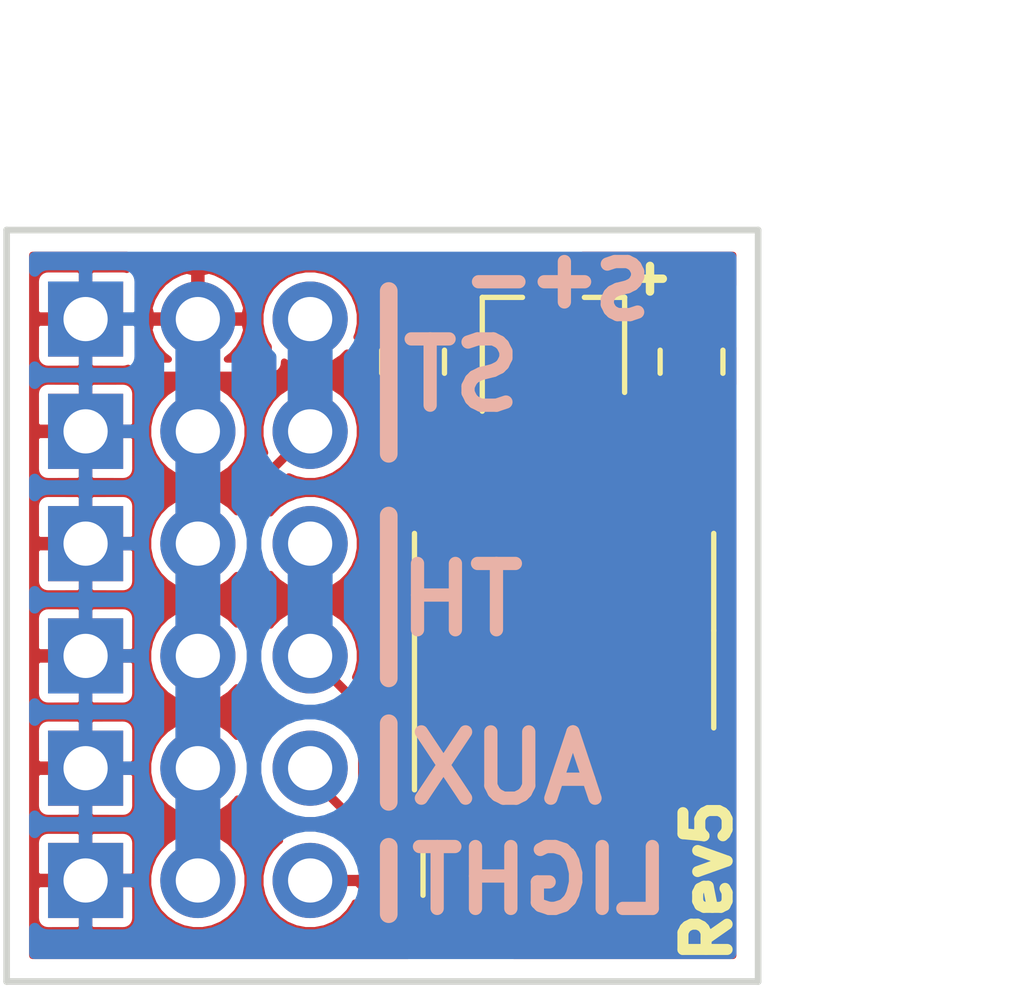
<source format=kicad_pcb>
(kicad_pcb (version 20171130) (host pcbnew 5.1.9-73d0e3b20d~88~ubuntu18.04.1)

  (general
    (thickness 1)
    (drawings 17)
    (tracks 46)
    (zones 0)
    (modules 11)
    (nets 12)
  )

  (page User 215.9 139.7)
  (title_block
    (title "Pre-processor for RC Light Controller ")
    (date 2017-03-14)
    (rev 1)
    (company "LANE Boys RC")
  )

  (layers
    (0 F.Cu signal)
    (31 B.Cu signal)
    (32 B.Adhes user hide)
    (33 F.Adhes user hide)
    (34 B.Paste user hide)
    (35 F.Paste user hide)
    (36 B.SilkS user hide)
    (37 F.SilkS user)
    (38 B.Mask user hide)
    (39 F.Mask user hide)
    (40 Dwgs.User user hide)
    (41 Cmts.User user)
    (42 Eco1.User user hide)
    (43 Eco2.User user hide)
    (44 Edge.Cuts user)
    (45 Margin user hide)
    (46 B.CrtYd user hide)
    (47 F.CrtYd user)
    (48 B.Fab user hide)
    (49 F.Fab user hide)
  )

  (setup
    (last_trace_width 0.254)
    (user_trace_width 0.2032)
    (user_trace_width 0.2286)
    (user_trace_width 0.381)
    (user_trace_width 0.508)
    (user_trace_width 0.762)
    (user_trace_width 1.016)
    (trace_clearance 0.1524)
    (zone_clearance 0.2032)
    (zone_45_only no)
    (trace_min 0.1524)
    (via_size 0.8)
    (via_drill 0.5)
    (via_min_size 0.4)
    (via_min_drill 0.3)
    (uvia_size 0.3)
    (uvia_drill 0.1)
    (uvias_allowed no)
    (uvia_min_size 0)
    (uvia_min_drill 0)
    (edge_width 0.15)
    (segment_width 0.4)
    (pcb_text_width 0.3)
    (pcb_text_size 1.5 1.5)
    (mod_edge_width 0.15)
    (mod_text_size 1 1)
    (mod_text_width 0.15)
    (pad_size 0.8 0.4)
    (pad_drill 0)
    (pad_to_mask_clearance 0.0508)
    (solder_mask_min_width 0.0508)
    (pad_to_paste_clearance_ratio -0.05)
    (aux_axis_origin 114.3 66.04)
    (grid_origin 114.3 66.04)
    (visible_elements 7FFFFF7F)
    (pcbplotparams
      (layerselection 0x010f0_ffffffff)
      (usegerberextensions true)
      (usegerberattributes false)
      (usegerberadvancedattributes false)
      (creategerberjobfile false)
      (excludeedgelayer true)
      (linewidth 0.100000)
      (plotframeref false)
      (viasonmask false)
      (mode 1)
      (useauxorigin false)
      (hpglpennumber 1)
      (hpglpenspeed 20)
      (hpglpendiameter 15.000000)
      (psnegative false)
      (psa4output false)
      (plotreference false)
      (plotvalue false)
      (plotinvisibletext false)
      (padsonsilk false)
      (subtractmaskfromsilk false)
      (outputformat 1)
      (mirror false)
      (drillshape 0)
      (scaleselection 1)
      (outputdirectory "gerber/"))
  )

  (net 0 "")
  (net 1 VCC)
  (net 2 GND)
  (net 3 +3V3)
  (net 4 /ST)
  (net 5 /TH)
  (net 6 /AUX)
  (net 7 /LIGHT)
  (net 8 /ST_IN)
  (net 9 /TH_IN)
  (net 10 /AUX_IN)
  (net 11 /LIGHT_OUT)

  (net_class Default "This is the default net class."
    (clearance 0.1524)
    (trace_width 0.254)
    (via_dia 0.8)
    (via_drill 0.5)
    (uvia_dia 0.3)
    (uvia_drill 0.1)
    (add_net +3V3)
    (add_net /AUX)
    (add_net /AUX_IN)
    (add_net /LIGHT)
    (add_net /LIGHT_OUT)
    (add_net /ST)
    (add_net /ST_IN)
    (add_net /TH)
    (add_net /TH_IN)
    (add_net GND)
    (add_net VCC)
  )

  (module Resistor_SMD:R_Array_Convex_4x0603 (layer F.Cu) (tedit 58E0A8B2) (tstamp 601F8304)
    (at 125.3998 63.5889 90)
    (descr "Chip Resistor Network, ROHM MNR14 (see mnr_g.pdf)")
    (tags "resistor array")
    (path /601F9E94)
    (attr smd)
    (fp_text reference RN1 (at 0 -2.8 90) (layer F.SilkS) hide
      (effects (font (size 1 1) (thickness 0.15)))
    )
    (fp_text value 1K (at 0 2.8 90) (layer F.Fab)
      (effects (font (size 1 1) (thickness 0.15)))
    )
    (fp_line (start -0.8 -1.6) (end 0.8 -1.6) (layer F.Fab) (width 0.1))
    (fp_line (start 0.8 -1.6) (end 0.8 1.6) (layer F.Fab) (width 0.1))
    (fp_line (start 0.8 1.6) (end -0.8 1.6) (layer F.Fab) (width 0.1))
    (fp_line (start -0.8 1.6) (end -0.8 -1.6) (layer F.Fab) (width 0.1))
    (fp_line (start 0.5 1.68) (end -0.5 1.68) (layer F.SilkS) (width 0.12))
    (fp_line (start 0.5 -1.68) (end -0.5 -1.68) (layer F.SilkS) (width 0.12))
    (fp_line (start -1.55 -1.85) (end 1.55 -1.85) (layer F.CrtYd) (width 0.05))
    (fp_line (start -1.55 -1.85) (end -1.55 1.85) (layer F.CrtYd) (width 0.05))
    (fp_line (start 1.55 1.85) (end 1.55 -1.85) (layer F.CrtYd) (width 0.05))
    (fp_line (start 1.55 1.85) (end -1.55 1.85) (layer F.CrtYd) (width 0.05))
    (fp_text user %R (at 0 0) (layer F.Fab)
      (effects (font (size 0.5 0.5) (thickness 0.075)))
    )
    (pad 5 smd rect (at 0.9 1.2 90) (size 0.8 0.5) (layers F.Cu F.Paste F.Mask)
      (net 5 /TH))
    (pad 6 smd rect (at 0.9 0.4 90) (size 0.8 0.4) (layers F.Cu F.Paste F.Mask)
      (net 7 /LIGHT))
    (pad 8 smd rect (at 0.9 -1.2 90) (size 0.8 0.5) (layers F.Cu F.Paste F.Mask)
      (net 4 /ST))
    (pad 7 smd rect (at 0.9 -0.4 90) (size 0.8 0.4) (layers F.Cu F.Paste F.Mask)
      (net 6 /AUX))
    (pad 4 smd rect (at -0.9 1.2 90) (size 0.8 0.5) (layers F.Cu F.Paste F.Mask)
      (net 9 /TH_IN))
    (pad 2 smd rect (at -0.9 -0.4 90) (size 0.8 0.4) (layers F.Cu F.Paste F.Mask)
      (net 10 /AUX_IN))
    (pad 3 smd rect (at -0.9 0.4 90) (size 0.8 0.4) (layers F.Cu F.Paste F.Mask)
      (net 11 /LIGHT_OUT))
    (pad 1 smd rect (at -0.9 -1.2 90) (size 0.8 0.5) (layers F.Cu F.Paste F.Mask)
      (net 8 /ST_IN))
    (model ${KISYS3DMOD}/Resistor_SMD.3dshapes/R_Array_Convex_4x0603.wrl
      (at (xyz 0 0 0))
      (scale (xyz 1 1 1))
      (rotate (xyz 0 0 0))
    )
  )

  (module Package_SO:TSSOP-20_4.4x6.5mm_P0.65mm (layer F.Cu) (tedit 5E476F32) (tstamp 602491CC)
    (at 126.9111 58.1025 90)
    (descr "TSSOP, 20 Pin (JEDEC MO-153 Var AC https://www.jedec.org/document_search?search_api_views_fulltext=MO-153), generated with kicad-footprint-generator ipc_gullwing_generator.py")
    (tags "TSSOP SO")
    (path /58AF9BA8)
    (attr smd)
    (fp_text reference U2 (at 0 -4.2 90) (layer F.SilkS) hide
      (effects (font (size 1 1) (thickness 0.15)))
    )
    (fp_text value LPC812M001JDH20_TSSOP20 (at 0 4.2 90) (layer F.Fab)
      (effects (font (size 1 1) (thickness 0.15)))
    )
    (fp_line (start 3.85 -3.5) (end -3.85 -3.5) (layer F.CrtYd) (width 0.05))
    (fp_line (start 3.85 3.5) (end 3.85 -3.5) (layer F.CrtYd) (width 0.05))
    (fp_line (start -3.85 3.5) (end 3.85 3.5) (layer F.CrtYd) (width 0.05))
    (fp_line (start -3.85 -3.5) (end -3.85 3.5) (layer F.CrtYd) (width 0.05))
    (fp_line (start -2.2 -2.25) (end -1.2 -3.25) (layer F.Fab) (width 0.1))
    (fp_line (start -2.2 3.25) (end -2.2 -2.25) (layer F.Fab) (width 0.1))
    (fp_line (start 2.2 3.25) (end -2.2 3.25) (layer F.Fab) (width 0.1))
    (fp_line (start 2.2 -3.25) (end 2.2 3.25) (layer F.Fab) (width 0.1))
    (fp_line (start -1.2 -3.25) (end 2.2 -3.25) (layer F.Fab) (width 0.1))
    (fp_line (start 0 -3.385) (end -3.6 -3.385) (layer F.SilkS) (width 0.12))
    (fp_line (start 0 -3.385) (end 2.2 -3.385) (layer F.SilkS) (width 0.12))
    (fp_line (start 0 3.385) (end -2.2 3.385) (layer F.SilkS) (width 0.12))
    (fp_line (start 0 3.385) (end 2.2 3.385) (layer F.SilkS) (width 0.12))
    (fp_text user %R (at 0 0 90) (layer F.Fab)
      (effects (font (size 1 1) (thickness 0.15)))
    )
    (pad 20 smd roundrect (at 2.8625 -2.925 90) (size 1.475 0.4) (layers F.Cu F.Paste F.Mask) (roundrect_rratio 0.25))
    (pad 19 smd roundrect (at 2.8625 -2.275 90) (size 1.475 0.4) (layers F.Cu F.Paste F.Mask) (roundrect_rratio 0.25)
      (net 4 /ST))
    (pad 18 smd roundrect (at 2.8625 -1.625 90) (size 1.475 0.4) (layers F.Cu F.Paste F.Mask) (roundrect_rratio 0.25))
    (pad 17 smd roundrect (at 2.8625 -0.975 90) (size 1.475 0.4) (layers F.Cu F.Paste F.Mask) (roundrect_rratio 0.25))
    (pad 16 smd roundrect (at 2.8625 -0.325 90) (size 1.475 0.4) (layers F.Cu F.Paste F.Mask) (roundrect_rratio 0.25)
      (net 2 GND))
    (pad 15 smd roundrect (at 2.8625 0.325 90) (size 1.475 0.4) (layers F.Cu F.Paste F.Mask) (roundrect_rratio 0.25)
      (net 3 +3V3))
    (pad 14 smd roundrect (at 2.8625 0.975 90) (size 1.475 0.4) (layers F.Cu F.Paste F.Mask) (roundrect_rratio 0.25))
    (pad 13 smd roundrect (at 2.8625 1.625 90) (size 1.475 0.4) (layers F.Cu F.Paste F.Mask) (roundrect_rratio 0.25))
    (pad 12 smd roundrect (at 2.8625 2.275 90) (size 1.475 0.4) (layers F.Cu F.Paste F.Mask) (roundrect_rratio 0.25))
    (pad 11 smd roundrect (at 2.8625 2.925 90) (size 1.475 0.4) (layers F.Cu F.Paste F.Mask) (roundrect_rratio 0.25))
    (pad 10 smd roundrect (at -2.8625 2.925 90) (size 1.475 0.4) (layers F.Cu F.Paste F.Mask) (roundrect_rratio 0.25))
    (pad 9 smd roundrect (at -2.8625 2.275 90) (size 1.475 0.4) (layers F.Cu F.Paste F.Mask) (roundrect_rratio 0.25))
    (pad 8 smd roundrect (at -2.8625 1.625 90) (size 1.475 0.4) (layers F.Cu F.Paste F.Mask) (roundrect_rratio 0.25))
    (pad 7 smd roundrect (at -2.8625 0.975 90) (size 1.475 0.4) (layers F.Cu F.Paste F.Mask) (roundrect_rratio 0.25))
    (pad 6 smd roundrect (at -2.8625 0.325 90) (size 1.475 0.4) (layers F.Cu F.Paste F.Mask) (roundrect_rratio 0.25))
    (pad 5 smd roundrect (at -2.8625 -0.325 90) (size 1.475 0.4) (layers F.Cu F.Paste F.Mask) (roundrect_rratio 0.25)
      (net 5 /TH))
    (pad 4 smd roundrect (at -2.8625 -0.975 90) (size 1.475 0.4) (layers F.Cu F.Paste F.Mask) (roundrect_rratio 0.25))
    (pad 3 smd roundrect (at -2.8625 -1.625 90) (size 1.475 0.4) (layers F.Cu F.Paste F.Mask) (roundrect_rratio 0.25)
      (net 7 /LIGHT))
    (pad 2 smd roundrect (at -2.8625 -2.275 90) (size 1.475 0.4) (layers F.Cu F.Paste F.Mask) (roundrect_rratio 0.25)
      (net 6 /AUX))
    (pad 1 smd roundrect (at -2.8625 -2.925 90) (size 1.475 0.4) (layers F.Cu F.Paste F.Mask) (roundrect_rratio 0.25))
    (model ${KISYS3DMOD}/Package_SO.3dshapes/TSSOP-20_4.4x6.5mm_P0.65mm.wrl
      (at (xyz 0 0 0))
      (scale (xyz 1 1 1))
      (rotate (xyz 0 0 0))
    )
  )

  (module Package_TO_SOT_SMD:SOT-23W (layer F.Cu) (tedit 5A02FF57) (tstamp 5D286456)
    (at 126.6698 51.6382 90)
    (descr "SOT-23W http://www.allegromicro.com/~/media/Files/Datasheets/A112x-Datasheet.ashx?la=en&hash=7BC461E058CC246E0BAB62433B2F1ECA104CA9D3")
    (tags SOT-23W)
    (path /58AF9BBC)
    (attr smd)
    (fp_text reference U1 (at 0 -2.5 180) (layer F.SilkS) hide
      (effects (font (size 1 1) (thickness 0.15)))
    )
    (fp_text value MCP1703T-3302E/CB (at 0 2.5 90) (layer F.Fab)
      (effects (font (size 1 1) (thickness 0.15)))
    )
    (fp_line (start 1.075 -1.61) (end 1.075 -0.7) (layer F.SilkS) (width 0.12))
    (fp_line (start 1.075 0.7) (end 1.075 1.61) (layer F.SilkS) (width 0.12))
    (fp_line (start -1.5 -1.61) (end 1.075 -1.61) (layer F.SilkS) (width 0.12))
    (fp_line (start -1.075 1.61) (end 1.075 1.61) (layer F.SilkS) (width 0.12))
    (fp_line (start -0.955 -0.49) (end -0.955 1.49) (layer F.Fab) (width 0.1))
    (fp_line (start 0.045 -1.49) (end 0.955 -1.49) (layer F.Fab) (width 0.1))
    (fp_line (start -0.955 -0.49) (end 0.045 -1.49) (layer F.Fab) (width 0.1))
    (fp_line (start 0.955 -1.49) (end 0.955 1.49) (layer F.Fab) (width 0.1))
    (fp_line (start -0.955 1.49) (end 0.955 1.49) (layer F.Fab) (width 0.1))
    (fp_line (start -1.95 -1.74) (end 1.95 -1.74) (layer F.CrtYd) (width 0.05))
    (fp_line (start 1.95 -1.74) (end 1.95 1.74) (layer F.CrtYd) (width 0.05))
    (fp_line (start 1.95 1.74) (end -1.95 1.74) (layer F.CrtYd) (width 0.05))
    (fp_line (start -1.95 1.74) (end -1.95 -1.74) (layer F.CrtYd) (width 0.05))
    (fp_text user %R (at 0 0) (layer F.Fab)
      (effects (font (size 0.5 0.5) (thickness 0.075)))
    )
    (pad 3 smd rect (at 1.2 0 90) (size 1 0.7) (layers F.Cu F.Paste F.Mask)
      (net 1 VCC))
    (pad 2 smd rect (at -1.2 0.95 90) (size 1 0.7) (layers F.Cu F.Paste F.Mask)
      (net 3 +3V3))
    (pad 1 smd rect (at -1.2 -0.95 90) (size 1 0.7) (layers F.Cu F.Paste F.Mask)
      (net 2 GND))
    (model ${KISYS3DMOD}/Package_TO_SOT_SMD.3dshapes/SOT-23W.wrl
      (at (xyz 0 0 0))
      (scale (xyz 1 1 1))
      (rotate (xyz 0 0 0))
    )
  )

  (module Pin_Headers:Pin_Header_Straight_1x03_Pitch2.54mm (layer B.Cu) (tedit 5D27FC21) (tstamp 58B382BB)
    (at 116.086 51.054 270)
    (descr "Through hole straight pin header, 1x03, 2.54mm pitch, single row")
    (tags "Through hole pin header THT 1x03 2.54mm single row")
    (path /58AF9CB3)
    (fp_text reference P2 (at 0 2.39 270) (layer B.SilkS) hide
      (effects (font (size 1 1) (thickness 0.15)) (justify mirror))
    )
    (fp_text value ST-OUT (at 0 -7.47 270) (layer B.Fab) hide
      (effects (font (size 1 1) (thickness 0.15)) (justify mirror))
    )
    (fp_line (start 1.6 1.6) (end -1.6 1.6) (layer B.CrtYd) (width 0.05))
    (fp_line (start 1.6 -6.6) (end 1.6 1.6) (layer B.CrtYd) (width 0.05))
    (fp_line (start -1.6 -6.6) (end 1.6 -6.6) (layer B.CrtYd) (width 0.05))
    (fp_line (start -1.6 1.6) (end -1.6 -6.6) (layer B.CrtYd) (width 0.05))
    (fp_line (start 1.27 1.27) (end -1.27 1.27) (layer B.Fab) (width 0.1))
    (fp_line (start 1.27 -6.35) (end 1.27 1.27) (layer B.Fab) (width 0.1))
    (fp_line (start -1.27 -6.35) (end 1.27 -6.35) (layer B.Fab) (width 0.1))
    (fp_line (start -1.27 1.27) (end -1.27 -6.35) (layer B.Fab) (width 0.1))
    (pad 1 thru_hole rect (at 0 0 270) (size 1.7 1.7) (drill 1) (layers *.Cu *.Mask)
      (net 2 GND))
    (pad 2 thru_hole oval (at 0 -2.54 270) (size 1.7 1.7) (drill 1) (layers *.Cu *.Mask)
      (net 1 VCC))
    (pad 3 thru_hole oval (at 0 -5.08 270) (size 1.7 1.7) (drill 1) (layers *.Cu *.Mask)
      (net 8 /ST_IN))
    (model Pin_Headers.3dshapes/Pin_Header_Straight_1x03_Pitch2.54mm.wrl
      (at (xyz 0 0 0))
      (scale (xyz 1 1 1))
      (rotate (xyz 0 0 0))
    )
  )

  (module Pin_Headers:Pin_Header_Straight_1x03_Pitch2.54mm (layer B.Cu) (tedit 5D27FC15) (tstamp 58B382A6)
    (at 116.086 53.594 270)
    (descr "Through hole straight pin header, 1x03, 2.54mm pitch, single row")
    (tags "Through hole pin header THT 1x03 2.54mm single row")
    (path /58AF9C1E)
    (fp_text reference P1 (at 0 2.39 270) (layer B.SilkS) hide
      (effects (font (size 1 1) (thickness 0.15)) (justify mirror))
    )
    (fp_text value ST-IN (at 0 -7.47 270) (layer B.Fab) hide
      (effects (font (size 1 1) (thickness 0.15)) (justify mirror))
    )
    (fp_line (start 1.6 1.6) (end -1.6 1.6) (layer B.CrtYd) (width 0.05))
    (fp_line (start 1.6 -6.6) (end 1.6 1.6) (layer B.CrtYd) (width 0.05))
    (fp_line (start -1.6 -6.6) (end 1.6 -6.6) (layer B.CrtYd) (width 0.05))
    (fp_line (start -1.6 1.6) (end -1.6 -6.6) (layer B.CrtYd) (width 0.05))
    (fp_line (start 1.27 1.27) (end -1.27 1.27) (layer B.Fab) (width 0.1))
    (fp_line (start 1.27 -6.35) (end 1.27 1.27) (layer B.Fab) (width 0.1))
    (fp_line (start -1.27 -6.35) (end 1.27 -6.35) (layer B.Fab) (width 0.1))
    (fp_line (start -1.27 1.27) (end -1.27 -6.35) (layer B.Fab) (width 0.1))
    (pad 1 thru_hole rect (at 0 0 270) (size 1.7 1.7) (drill 1) (layers *.Cu *.Mask)
      (net 2 GND))
    (pad 2 thru_hole oval (at 0 -2.54 270) (size 1.7 1.7) (drill 1) (layers *.Cu *.Mask)
      (net 1 VCC))
    (pad 3 thru_hole oval (at 0 -5.08 270) (size 1.7 1.7) (drill 1) (layers *.Cu *.Mask)
      (net 8 /ST_IN))
    (model Pin_Headers.3dshapes/Pin_Header_Straight_1x03_Pitch2.54mm.wrl
      (at (xyz 0 0 0))
      (scale (xyz 1 1 1))
      (rotate (xyz 0 0 0))
    )
  )

  (module Pin_Headers:Pin_Header_Straight_1x03_Pitch2.54mm (layer B.Cu) (tedit 5D27FC06) (tstamp 58B382E5)
    (at 116.086 58.674 270)
    (descr "Through hole straight pin header, 1x03, 2.54mm pitch, single row")
    (tags "Through hole pin header THT 1x03 2.54mm single row")
    (path /58AF9D12)
    (fp_text reference P4 (at 0 2.39 270) (layer B.SilkS) hide
      (effects (font (size 1 1) (thickness 0.15)) (justify mirror))
    )
    (fp_text value TH-OUT (at 0 -7.47 270) (layer B.Fab) hide
      (effects (font (size 1 1) (thickness 0.15)) (justify mirror))
    )
    (fp_line (start 1.6 1.6) (end -1.6 1.6) (layer B.CrtYd) (width 0.05))
    (fp_line (start 1.6 -6.6) (end 1.6 1.6) (layer B.CrtYd) (width 0.05))
    (fp_line (start -1.6 -6.6) (end 1.6 -6.6) (layer B.CrtYd) (width 0.05))
    (fp_line (start -1.6 1.6) (end -1.6 -6.6) (layer B.CrtYd) (width 0.05))
    (fp_line (start 1.27 1.27) (end -1.27 1.27) (layer B.Fab) (width 0.1))
    (fp_line (start 1.27 -6.35) (end 1.27 1.27) (layer B.Fab) (width 0.1))
    (fp_line (start -1.27 -6.35) (end 1.27 -6.35) (layer B.Fab) (width 0.1))
    (fp_line (start -1.27 1.27) (end -1.27 -6.35) (layer B.Fab) (width 0.1))
    (pad 1 thru_hole rect (at 0 0 270) (size 1.7 1.7) (drill 1) (layers *.Cu *.Mask)
      (net 2 GND))
    (pad 2 thru_hole oval (at 0 -2.54 270) (size 1.7 1.7) (drill 1) (layers *.Cu *.Mask)
      (net 1 VCC))
    (pad 3 thru_hole oval (at 0 -5.08 270) (size 1.7 1.7) (drill 1) (layers *.Cu *.Mask)
      (net 9 /TH_IN))
    (model Pin_Headers.3dshapes/Pin_Header_Straight_1x03_Pitch2.54mm.wrl
      (at (xyz 0 0 0))
      (scale (xyz 1 1 1))
      (rotate (xyz 0 0 0))
    )
  )

  (module Pin_Headers:Pin_Header_Straight_1x03_Pitch2.54mm (layer B.Cu) (tedit 5D27FBFB) (tstamp 58B382D0)
    (at 116.086 56.134 270)
    (descr "Through hole straight pin header, 1x03, 2.54mm pitch, single row")
    (tags "Through hole pin header THT 1x03 2.54mm single row")
    (path /58AF9CE6)
    (fp_text reference P3 (at 0 2.39 270) (layer B.SilkS) hide
      (effects (font (size 1 1) (thickness 0.15)) (justify mirror))
    )
    (fp_text value TH-IN (at 0 -7.47 270) (layer B.Fab) hide
      (effects (font (size 1 1) (thickness 0.15)) (justify mirror))
    )
    (fp_line (start 1.6 1.6) (end -1.6 1.6) (layer B.CrtYd) (width 0.05))
    (fp_line (start 1.6 -6.6) (end 1.6 1.6) (layer B.CrtYd) (width 0.05))
    (fp_line (start -1.6 -6.6) (end 1.6 -6.6) (layer B.CrtYd) (width 0.05))
    (fp_line (start -1.6 1.6) (end -1.6 -6.6) (layer B.CrtYd) (width 0.05))
    (fp_line (start 1.27 1.27) (end -1.27 1.27) (layer B.Fab) (width 0.1))
    (fp_line (start 1.27 -6.35) (end 1.27 1.27) (layer B.Fab) (width 0.1))
    (fp_line (start -1.27 -6.35) (end 1.27 -6.35) (layer B.Fab) (width 0.1))
    (fp_line (start -1.27 1.27) (end -1.27 -6.35) (layer B.Fab) (width 0.1))
    (pad 1 thru_hole rect (at 0 0 270) (size 1.7 1.7) (drill 1) (layers *.Cu *.Mask)
      (net 2 GND))
    (pad 2 thru_hole oval (at 0 -2.54 270) (size 1.7 1.7) (drill 1) (layers *.Cu *.Mask)
      (net 1 VCC))
    (pad 3 thru_hole oval (at 0 -5.08 270) (size 1.7 1.7) (drill 1) (layers *.Cu *.Mask)
      (net 9 /TH_IN))
    (model Pin_Headers.3dshapes/Pin_Header_Straight_1x03_Pitch2.54mm.wrl
      (at (xyz 0 0 0))
      (scale (xyz 1 1 1))
      (rotate (xyz 0 0 0))
    )
  )

  (module Pin_Headers:Pin_Header_Straight_1x03_Pitch2.54mm (layer B.Cu) (tedit 5D27FBE2) (tstamp 58B382FA)
    (at 116.086 61.214 270)
    (descr "Through hole straight pin header, 1x03, 2.54mm pitch, single row")
    (tags "Through hole pin header THT 1x03 2.54mm single row")
    (path /58AF9D7F)
    (fp_text reference P5 (at 0 2.39 270) (layer B.SilkS) hide
      (effects (font (size 1 1) (thickness 0.15)) (justify mirror))
    )
    (fp_text value AUX-IN (at 0 -7.47 270) (layer B.Fab) hide
      (effects (font (size 1 1) (thickness 0.15)) (justify mirror))
    )
    (fp_line (start 1.6 1.6) (end -1.6 1.6) (layer B.CrtYd) (width 0.05))
    (fp_line (start 1.6 -6.6) (end 1.6 1.6) (layer B.CrtYd) (width 0.05))
    (fp_line (start -1.6 -6.6) (end 1.6 -6.6) (layer B.CrtYd) (width 0.05))
    (fp_line (start -1.6 1.6) (end -1.6 -6.6) (layer B.CrtYd) (width 0.05))
    (fp_line (start 1.27 1.27) (end -1.27 1.27) (layer B.Fab) (width 0.1))
    (fp_line (start 1.27 -6.35) (end 1.27 1.27) (layer B.Fab) (width 0.1))
    (fp_line (start -1.27 -6.35) (end 1.27 -6.35) (layer B.Fab) (width 0.1))
    (fp_line (start -1.27 1.27) (end -1.27 -6.35) (layer B.Fab) (width 0.1))
    (pad 1 thru_hole rect (at 0 0 270) (size 1.7 1.7) (drill 1) (layers *.Cu *.Mask)
      (net 2 GND))
    (pad 2 thru_hole oval (at 0 -2.54 270) (size 1.7 1.7) (drill 1) (layers *.Cu *.Mask)
      (net 1 VCC))
    (pad 3 thru_hole oval (at 0 -5.08 270) (size 1.7 1.7) (drill 1) (layers *.Cu *.Mask)
      (net 10 /AUX_IN))
    (model Pin_Headers.3dshapes/Pin_Header_Straight_1x03_Pitch2.54mm.wrl
      (at (xyz 0 0 0))
      (scale (xyz 1 1 1))
      (rotate (xyz 0 0 0))
    )
  )

  (module Pin_Headers:Pin_Header_Straight_1x03_Pitch2.54mm (layer B.Cu) (tedit 5D27FBC0) (tstamp 58B3830F)
    (at 116.086 63.754 270)
    (descr "Through hole straight pin header, 1x03, 2.54mm pitch, single row")
    (tags "Through hole pin header THT 1x03 2.54mm single row")
    (path /58AF9DBB)
    (fp_text reference P6 (at 0 2.39 270) (layer B.SilkS) hide
      (effects (font (size 1 1) (thickness 0.15)) (justify mirror))
    )
    (fp_text value "LIGHT CONTROLLER" (at 0 -7.47 270) (layer B.Fab) hide
      (effects (font (size 1 1) (thickness 0.15)) (justify mirror))
    )
    (fp_line (start 1.6 1.6) (end -1.6 1.6) (layer B.CrtYd) (width 0.05))
    (fp_line (start 1.6 -6.6) (end 1.6 1.6) (layer B.CrtYd) (width 0.05))
    (fp_line (start -1.6 -6.6) (end 1.6 -6.6) (layer B.CrtYd) (width 0.05))
    (fp_line (start -1.6 1.6) (end -1.6 -6.6) (layer B.CrtYd) (width 0.05))
    (fp_line (start 1.27 1.27) (end -1.27 1.27) (layer B.Fab) (width 0.1))
    (fp_line (start 1.27 -6.35) (end 1.27 1.27) (layer B.Fab) (width 0.1))
    (fp_line (start -1.27 -6.35) (end 1.27 -6.35) (layer B.Fab) (width 0.1))
    (fp_line (start -1.27 1.27) (end -1.27 -6.35) (layer B.Fab) (width 0.1))
    (pad 1 thru_hole rect (at 0 0 270) (size 1.7 1.7) (drill 1) (layers *.Cu *.Mask)
      (net 2 GND))
    (pad 2 thru_hole oval (at 0 -2.54 270) (size 1.7 1.7) (drill 1) (layers *.Cu *.Mask)
      (net 1 VCC))
    (pad 3 thru_hole oval (at 0 -5.08 270) (size 1.7 1.7) (drill 1) (layers *.Cu *.Mask)
      (net 11 /LIGHT_OUT))
    (model Pin_Headers.3dshapes/Pin_Header_Straight_1x03_Pitch2.54mm.wrl
      (at (xyz 0 0 0))
      (scale (xyz 1 1 1))
      (rotate (xyz 0 0 0))
    )
  )

  (module Capacitor_SMD:C_0805_2012Metric_Pad1.15x1.40mm_HandSolder (layer F.Cu) (tedit 5D27F92E) (tstamp 5D2863F6)
    (at 123.4948 52.0192 270)
    (descr "Capacitor SMD 0805 (2012 Metric), square (rectangular) end terminal, IPC_7351 nominal with elongated pad for handsoldering. (Body size source: https://docs.google.com/spreadsheets/d/1BsfQQcO9C6DZCsRaXUlFlo91Tg2WpOkGARC1WS5S8t0/edit?usp=sharing), generated with kicad-footprint-generator")
    (tags "capacitor handsolder")
    (path /58AFA243)
    (attr smd)
    (fp_text reference C1 (at 0 -1.65 270) (layer F.SilkS) hide
      (effects (font (size 1 1) (thickness 0.15)))
    )
    (fp_text value 1u (at 0 1.65 270) (layer F.Fab)
      (effects (font (size 1 1) (thickness 0.15)))
    )
    (fp_line (start 1.85 0.95) (end -1.85 0.95) (layer F.CrtYd) (width 0.05))
    (fp_line (start 1.85 -0.95) (end 1.85 0.95) (layer F.CrtYd) (width 0.05))
    (fp_line (start -1.85 -0.95) (end 1.85 -0.95) (layer F.CrtYd) (width 0.05))
    (fp_line (start -1.85 0.95) (end -1.85 -0.95) (layer F.CrtYd) (width 0.05))
    (fp_line (start -0.261252 0.71) (end 0.261252 0.71) (layer F.SilkS) (width 0.12))
    (fp_line (start -0.261252 -0.71) (end 0.261252 -0.71) (layer F.SilkS) (width 0.12))
    (fp_line (start 1 0.6) (end -1 0.6) (layer F.Fab) (width 0.1))
    (fp_line (start 1 -0.6) (end 1 0.6) (layer F.Fab) (width 0.1))
    (fp_line (start -1 -0.6) (end 1 -0.6) (layer F.Fab) (width 0.1))
    (fp_line (start -1 0.6) (end -1 -0.6) (layer F.Fab) (width 0.1))
    (fp_text user %R (at 0 0 270) (layer F.Fab)
      (effects (font (size 0.5 0.5) (thickness 0.08)))
    )
    (pad 1 smd roundrect (at -1.025 0 270) (size 1.15 1.4) (layers F.Cu F.Paste F.Mask) (roundrect_rratio 0.217391)
      (net 1 VCC))
    (pad 2 smd roundrect (at 1.025 0 270) (size 1.15 1.4) (layers F.Cu F.Paste F.Mask) (roundrect_rratio 0.217391)
      (net 2 GND))
    (model ${KISYS3DMOD}/Capacitor_SMD.3dshapes/C_0805_2012Metric.wrl
      (at (xyz 0 0 0))
      (scale (xyz 1 1 1))
      (rotate (xyz 0 0 0))
    )
  )

  (module Capacitor_SMD:C_0805_2012Metric_Pad1.15x1.40mm_HandSolder (layer F.Cu) (tedit 5D27F93F) (tstamp 5D2867FA)
    (at 129.794 52.0192 90)
    (descr "Capacitor SMD 0805 (2012 Metric), square (rectangular) end terminal, IPC_7351 nominal with elongated pad for handsoldering. (Body size source: https://docs.google.com/spreadsheets/d/1BsfQQcO9C6DZCsRaXUlFlo91Tg2WpOkGARC1WS5S8t0/edit?usp=sharing), generated with kicad-footprint-generator")
    (tags "capacitor handsolder")
    (path /58AFA5B0)
    (attr smd)
    (fp_text reference C2 (at 0 -1.65 270) (layer F.SilkS) hide
      (effects (font (size 1 1) (thickness 0.15)))
    )
    (fp_text value "47u/6V3 Polymer 0805" (at 0 1.65 270) (layer F.Fab)
      (effects (font (size 1 1) (thickness 0.15)))
    )
    (fp_line (start -1 0.6) (end -1 -0.6) (layer F.Fab) (width 0.1))
    (fp_line (start -1 -0.6) (end 1 -0.6) (layer F.Fab) (width 0.1))
    (fp_line (start 1 -0.6) (end 1 0.6) (layer F.Fab) (width 0.1))
    (fp_line (start 1 0.6) (end -1 0.6) (layer F.Fab) (width 0.1))
    (fp_line (start -0.261252 -0.71) (end 0.261252 -0.71) (layer F.SilkS) (width 0.12))
    (fp_line (start -0.261252 0.71) (end 0.261252 0.71) (layer F.SilkS) (width 0.12))
    (fp_line (start -1.85 0.95) (end -1.85 -0.95) (layer F.CrtYd) (width 0.05))
    (fp_line (start -1.85 -0.95) (end 1.85 -0.95) (layer F.CrtYd) (width 0.05))
    (fp_line (start 1.85 -0.95) (end 1.85 0.95) (layer F.CrtYd) (width 0.05))
    (fp_line (start 1.85 0.95) (end -1.85 0.95) (layer F.CrtYd) (width 0.05))
    (fp_text user %R (at 0 0 270) (layer F.Fab)
      (effects (font (size 0.5 0.5) (thickness 0.08)))
    )
    (pad 2 smd roundrect (at 1.025 0 90) (size 1.15 1.4) (layers F.Cu F.Paste F.Mask) (roundrect_rratio 0.217391)
      (net 2 GND))
    (pad 1 smd roundrect (at -1.025 0 90) (size 1.15 1.4) (layers F.Cu F.Paste F.Mask) (roundrect_rratio 0.217391)
      (net 3 +3V3))
    (model ${KISYS3DMOD}/Capacitor_SMD.3dshapes/C_0805_2012Metric.wrl
      (at (xyz 0 0 0))
      (scale (xyz 1 1 1))
      (rotate (xyz 0 0 0))
    )
  )

  (gr_text + (at 128.8542 50.0888) (layer F.SilkS) (tstamp 5D286F54)
    (effects (font (size 0.762 0.762) (thickness 0.1905)))
  )
  (gr_line (start 122.944 62.992) (end 122.944 64.516) (angle 90) (layer B.SilkS) (width 0.4))
  (gr_line (start 122.944 60.198) (end 122.944 61.976) (angle 90) (layer B.SilkS) (width 0.4))
  (gr_line (start 122.944 55.499) (end 122.944 59.182) (angle 90) (layer B.SilkS) (width 0.4) (tstamp 59896612))
  (gr_line (start 122.944 50.419) (end 122.944 54.102) (angle 90) (layer B.SilkS) (width 0.4))
  (gr_text Rev5 (at 130.1496 63.7667 90) (layer F.SilkS) (tstamp 601F83F1)
    (effects (font (size 1 1) (thickness 0.25)))
  )
  (dimension 17 (width 0.3) (layer Cmts.User) (tstamp 58C796B3)
    (gr_text "17.000 mm" (at 122.8 45.69) (layer Cmts.User) (tstamp 58C796B3)
      (effects (font (size 1.5 1.5) (thickness 0.3)))
    )
    (feature1 (pts (xy 131.3 49.04) (xy 131.3 44.34)))
    (feature2 (pts (xy 114.3 49.04) (xy 114.3 44.34)))
    (crossbar (pts (xy 114.3 47.04) (xy 131.3 47.04)))
    (arrow1a (pts (xy 131.3 47.04) (xy 130.173496 47.626421)))
    (arrow1b (pts (xy 131.3 47.04) (xy 130.173496 46.453579)))
    (arrow2a (pts (xy 114.3 47.04) (xy 115.426504 47.626421)))
    (arrow2b (pts (xy 114.3 47.04) (xy 115.426504 46.453579)))
  )
  (dimension 17 (width 0.3) (layer Cmts.User)
    (gr_text "17.000 mm" (at 134.65 57.54 270) (layer Cmts.User)
      (effects (font (size 1.5 1.5) (thickness 0.3)))
    )
    (feature1 (pts (xy 131.3 66.04) (xy 136 66.04)))
    (feature2 (pts (xy 131.3 49.04) (xy 136 49.04)))
    (crossbar (pts (xy 133.3 49.04) (xy 133.3 66.04)))
    (arrow1a (pts (xy 133.3 66.04) (xy 132.713579 64.913496)))
    (arrow1b (pts (xy 133.3 66.04) (xy 133.886421 64.913496)))
    (arrow2a (pts (xy 133.3 49.04) (xy 132.713579 50.166504)))
    (arrow2b (pts (xy 133.3 49.04) (xy 133.886421 50.166504)))
  )
  (gr_text LIGHT (at 126.373 63.754) (layer B.SilkS)
    (effects (font (size 1.4 1.4) (thickness 0.3)) (justify mirror))
  )
  (gr_text AUX (at 125.611 61.214) (layer B.SilkS)
    (effects (font (size 1.5 1.5) (thickness 0.3)) (justify mirror))
  )
  (gr_text TH (at 124.595 57.404) (layer B.SilkS)
    (effects (font (size 1.5 1.5) (thickness 0.3)) (justify mirror))
  )
  (gr_text -+S (at 126.746 50.292 180) (layer B.SilkS)
    (effects (font (size 1.2 1.2) (thickness 0.3)) (justify mirror))
  )
  (gr_text ST (at 124.595 52.324) (layer B.SilkS)
    (effects (font (size 1.5 1.5) (thickness 0.3)) (justify mirror))
  )
  (gr_line (start 131.3 49.04) (end 114.3 49.04) (angle 90) (layer Edge.Cuts) (width 0.15))
  (gr_line (start 131.3 66.04) (end 131.3 49.04) (angle 90) (layer Edge.Cuts) (width 0.15))
  (gr_line (start 114.3 66.04) (end 131.3 66.04) (angle 90) (layer Edge.Cuts) (width 0.15))
  (gr_line (start 114.3 49.04) (end 114.3 66.04) (angle 90) (layer Edge.Cuts) (width 0.15))

  (segment (start 118.626 53.594) (end 118.626 51.054) (width 1.016) (layer B.Cu) (net 1) (status 30))
  (segment (start 118.626 53.594) (end 118.626 56.134) (width 1.016) (layer B.Cu) (net 1) (tstamp 58B38CF6) (status 30))
  (segment (start 118.626 56.134) (end 118.626 58.674) (width 1.016) (layer B.Cu) (net 1) (status 30))
  (segment (start 118.626 58.674) (end 118.626 61.214) (width 1.016) (layer B.Cu) (net 1) (tstamp 58B38CF9) (status 30))
  (segment (start 118.626 61.214) (end 118.626 63.754) (width 1.016) (layer B.Cu) (net 1) (status 30))
  (segment (start 127.2361 53.6039) (end 127.55 53.29) (width 0.381) (layer F.Cu) (net 3))
  (segment (start 127.2361 55.24) (end 127.2361 53.6039) (width 0.381) (layer F.Cu) (net 3))
  (segment (start 127.8258 53.0442) (end 127.6198 52.8382) (width 0.381) (layer F.Cu) (net 3))
  (segment (start 129.794 53.0442) (end 127.8258 53.0442) (width 0.381) (layer F.Cu) (net 3))
  (segment (start 124.6361 56.5421) (end 124.6361 55.24) (width 0.2032) (layer F.Cu) (net 4))
  (segment (start 123.4694 57.7088) (end 124.6361 56.5421) (width 0.2032) (layer F.Cu) (net 4))
  (segment (start 123.4694 61.9252) (end 123.4694 57.7088) (width 0.2032) (layer F.Cu) (net 4))
  (segment (start 124.1998 62.6889) (end 124.1998 62.6556) (width 0.2032) (layer F.Cu) (net 4))
  (segment (start 124.1998 62.6556) (end 123.4694 61.9252) (width 0.2032) (layer F.Cu) (net 4))
  (segment (start 126.5861 62.6752) (end 126.5998 62.6889) (width 0.254) (layer F.Cu) (net 5))
  (segment (start 126.5861 60.965) (end 126.5861 62.6752) (width 0.254) (layer F.Cu) (net 5))
  (segment (start 124.9998 62.3253) (end 124.9998 62.6889) (width 0.254) (layer F.Cu) (net 6))
  (segment (start 124.6361 60.965) (end 124.6361 61.9616) (width 0.254) (layer F.Cu) (net 6))
  (segment (start 124.6361 61.9616) (end 124.9998 62.3253) (width 0.254) (layer F.Cu) (net 6))
  (segment (start 125.2861 60.965) (end 125.2861 61.8115) (width 0.254) (layer F.Cu) (net 7))
  (segment (start 125.7998 62.3252) (end 125.7998 62.6889) (width 0.254) (layer F.Cu) (net 7))
  (segment (start 125.2861 61.8115) (end 125.7998 62.3252) (width 0.254) (layer F.Cu) (net 7))
  (segment (start 121.166 51.054) (end 121.166 53.594) (width 1.016) (layer B.Cu) (net 8) (status 30))
  (segment (start 120.5738 62.484) (end 119.888 61.7982) (width 0.2032) (layer F.Cu) (net 8))
  (segment (start 121.666 62.484) (end 120.5738 62.484) (width 0.2032) (layer F.Cu) (net 8))
  (segment (start 119.888 54.872) (end 121.166 53.594) (width 0.2032) (layer F.Cu) (net 8))
  (segment (start 119.888 61.7982) (end 119.888 54.872) (width 0.2032) (layer F.Cu) (net 8))
  (segment (start 124.1998 64.4889) (end 123.6709 64.4889) (width 0.2032) (layer F.Cu) (net 8))
  (segment (start 123.6709 64.4889) (end 121.666 62.484) (width 0.2032) (layer F.Cu) (net 8))
  (segment (start 121.166 56.134) (end 121.166 58.674) (width 1.016) (layer B.Cu) (net 9) (status 30))
  (segment (start 122.3518 59.8598) (end 121.166 58.674) (width 0.2032) (layer F.Cu) (net 9))
  (segment (start 122.3518 61.9506) (end 122.3518 59.8598) (width 0.2032) (layer F.Cu) (net 9))
  (segment (start 123.7996 63.3984) (end 122.3518 61.9506) (width 0.2032) (layer F.Cu) (net 9))
  (segment (start 126.5998 64.4889) (end 126.5998 64.2174) (width 0.2032) (layer F.Cu) (net 9))
  (segment (start 125.7808 63.3984) (end 123.7996 63.3984) (width 0.2032) (layer F.Cu) (net 9))
  (segment (start 126.5998 64.2174) (end 125.7808 63.3984) (width 0.2032) (layer F.Cu) (net 9))
  (segment (start 121.166 61.3998) (end 121.166 61.214) (width 0.2032) (layer F.Cu) (net 10))
  (segment (start 123.571 63.8048) (end 121.166 61.3998) (width 0.2032) (layer F.Cu) (net 10))
  (segment (start 124.6378 63.8048) (end 123.571 63.8048) (width 0.2032) (layer F.Cu) (net 10))
  (segment (start 124.9998 64.4889) (end 124.9998 64.1668) (width 0.2032) (layer F.Cu) (net 10))
  (segment (start 124.9998 64.1668) (end 124.6378 63.8048) (width 0.2032) (layer F.Cu) (net 10))
  (segment (start 122.2502 63.754) (end 121.166 63.754) (width 0.254) (layer F.Cu) (net 11))
  (segment (start 123.7234 65.2272) (end 122.2502 63.754) (width 0.254) (layer F.Cu) (net 11))
  (segment (start 125.4252 65.2272) (end 123.7234 65.2272) (width 0.254) (layer F.Cu) (net 11))
  (segment (start 125.7998 64.4889) (end 125.7998 64.8526) (width 0.254) (layer F.Cu) (net 11))
  (segment (start 125.7998 64.8526) (end 125.4252 65.2272) (width 0.254) (layer F.Cu) (net 11))

  (zone (net 2) (net_name GND) (layer F.Cu) (tstamp 0) (hatch edge 0.508)
    (connect_pads (clearance 0.2032))
    (min_thickness 0.1524)
    (fill yes (arc_segments 16) (thermal_gap 0.2032) (thermal_bridge_width 0.3048))
    (polygon
      (pts
        (xy 114.808 65.532) (xy 130.81 65.532) (xy 130.81 49.53) (xy 114.808 49.53)
      )
    )
    (filled_polygon
      (pts
        (xy 117.0206 49.937691) (xy 116.990772 49.928643) (xy 116.936 49.923248) (xy 116.23205 49.9246) (xy 116.1622 49.99445)
        (xy 116.1622 50.9778) (xy 116.1822 50.9778) (xy 116.1822 51.1302) (xy 116.1622 51.1302) (xy 116.1622 52.11355)
        (xy 116.23205 52.1834) (xy 116.936 52.184752) (xy 116.990772 52.179357) (xy 117.043439 52.163381) (xy 117.04906 52.160377)
        (xy 117.067687 52.195226) (xy 117.102434 52.237566) (xy 117.144774 52.272313) (xy 117.193078 52.298132) (xy 117.245492 52.314031)
        (xy 117.3 52.3194) (xy 120.3 52.3194) (xy 120.354508 52.314031) (xy 120.406922 52.298132) (xy 120.455226 52.272313)
        (xy 120.497566 52.237566) (xy 120.532313 52.195226) (xy 120.558132 52.146922) (xy 120.574031 52.094508) (xy 120.5794 52.04)
        (xy 120.5794 52.020365) (xy 120.631028 52.054862) (xy 120.836566 52.139998) (xy 121.054764 52.1834) (xy 121.277236 52.1834)
        (xy 121.495434 52.139998) (xy 121.700972 52.054862) (xy 121.885951 51.931263) (xy 121.997814 51.8194) (xy 122.874161 51.8194)
        (xy 122.941255 51.839753) (xy 123.044799 51.849951) (xy 123.944801 51.849951) (xy 124.048345 51.839753) (xy 124.115439 51.8194)
        (xy 126.55 51.8194) (xy 126.604508 51.814031) (xy 126.656922 51.798132) (xy 126.705226 51.772313) (xy 126.747566 51.737566)
        (xy 126.915932 51.5692) (xy 128.813248 51.5692) (xy 128.818643 51.623972) (xy 128.834619 51.676639) (xy 128.860563 51.725177)
        (xy 128.895478 51.767722) (xy 128.938023 51.802637) (xy 128.986561 51.828581) (xy 129.039228 51.844557) (xy 129.094 51.849952)
        (xy 129.64795 51.8486) (xy 129.7178 51.77875) (xy 129.7178 51.0704) (xy 128.88445 51.0704) (xy 128.8146 51.14025)
        (xy 128.813248 51.5692) (xy 126.915932 51.5692) (xy 127.247566 51.237566) (xy 127.282313 51.195226) (xy 127.308132 51.146922)
        (xy 127.324031 51.094508) (xy 127.3294 51.04) (xy 127.3294 50.4192) (xy 128.813248 50.4192) (xy 128.8146 50.84815)
        (xy 128.88445 50.918) (xy 129.7178 50.918) (xy 129.7178 50.20965) (xy 129.64795 50.1398) (xy 129.094 50.138448)
        (xy 129.039228 50.143843) (xy 128.986561 50.159819) (xy 128.938023 50.185763) (xy 128.895478 50.220678) (xy 128.860563 50.263223)
        (xy 128.834619 50.311761) (xy 128.818643 50.364428) (xy 128.813248 50.4192) (xy 127.3294 50.4192) (xy 127.3294 49.6062)
        (xy 130.7338 49.6062) (xy 130.7338 50.275127) (xy 130.727437 50.263223) (xy 130.692522 50.220678) (xy 130.649977 50.185763)
        (xy 130.601439 50.159819) (xy 130.548772 50.143843) (xy 130.494 50.138448) (xy 129.94005 50.1398) (xy 129.8702 50.20965)
        (xy 129.8702 50.918) (xy 129.8902 50.918) (xy 129.8902 51.0704) (xy 129.8702 51.0704) (xy 129.8702 51.77875)
        (xy 129.94005 51.8486) (xy 130.494 51.849952) (xy 130.548772 51.844557) (xy 130.601439 51.828581) (xy 130.649977 51.802637)
        (xy 130.692522 51.767722) (xy 130.727437 51.725177) (xy 130.7338 51.713273) (xy 130.7338 52.515061) (xy 130.685303 52.42433)
        (xy 130.619298 52.343902) (xy 130.53887 52.277897) (xy 130.44711 52.22885) (xy 130.347545 52.198647) (xy 130.244001 52.188449)
        (xy 129.343999 52.188449) (xy 129.240455 52.198647) (xy 129.14089 52.22885) (xy 129.04913 52.277897) (xy 128.968702 52.343902)
        (xy 128.902697 52.42433) (xy 128.85365 52.51609) (xy 128.835992 52.5743) (xy 128.250551 52.5743) (xy 128.250551 52.3382)
        (xy 128.245156 52.283428) (xy 128.22918 52.230761) (xy 128.203236 52.182223) (xy 128.168321 52.139679) (xy 128.125777 52.104764)
        (xy 128.077239 52.07882) (xy 128.024572 52.062844) (xy 127.9698 52.057449) (xy 127.2698 52.057449) (xy 127.215028 52.062844)
        (xy 127.162361 52.07882) (xy 127.113823 52.104764) (xy 127.071279 52.139679) (xy 127.036364 52.182223) (xy 127.01042 52.230761)
        (xy 126.994444 52.283428) (xy 126.989049 52.3382) (xy 126.989049 53.186413) (xy 126.920152 53.25531) (xy 126.902224 53.270023)
        (xy 126.843503 53.341575) (xy 126.822268 53.381304) (xy 126.799869 53.423208) (xy 126.773 53.511784) (xy 126.763927 53.6039)
        (xy 126.766201 53.626987) (xy 126.766201 54.222247) (xy 126.73215 54.2231) (xy 126.6623 54.29295) (xy 126.6623 55.1638)
        (xy 126.6823 55.1638) (xy 126.6823 55.3162) (xy 126.6623 55.3162) (xy 126.6623 56.18705) (xy 126.73215 56.2569)
        (xy 126.7861 56.258252) (xy 126.840872 56.252857) (xy 126.893539 56.236881) (xy 126.942077 56.210937) (xy 126.947607 56.206399)
        (xy 126.990393 56.229268) (xy 127.061819 56.250935) (xy 127.1361 56.258251) (xy 127.3361 56.258251) (xy 127.410381 56.250935)
        (xy 127.481807 56.229268) (xy 127.547634 56.194083) (xy 127.5611 56.183032) (xy 127.574566 56.194083) (xy 127.640393 56.229268)
        (xy 127.711819 56.250935) (xy 127.7861 56.258251) (xy 127.9861 56.258251) (xy 128.060381 56.250935) (xy 128.131807 56.229268)
        (xy 128.197634 56.194083) (xy 128.2111 56.183032) (xy 128.224566 56.194083) (xy 128.290393 56.229268) (xy 128.361819 56.250935)
        (xy 128.4361 56.258251) (xy 128.6361 56.258251) (xy 128.710381 56.250935) (xy 128.781807 56.229268) (xy 128.847634 56.194083)
        (xy 128.8611 56.183032) (xy 128.874566 56.194083) (xy 128.940393 56.229268) (xy 129.011819 56.250935) (xy 129.0861 56.258251)
        (xy 129.2861 56.258251) (xy 129.360381 56.250935) (xy 129.431807 56.229268) (xy 129.497634 56.194083) (xy 129.5111 56.183032)
        (xy 129.524566 56.194083) (xy 129.590393 56.229268) (xy 129.661819 56.250935) (xy 129.7361 56.258251) (xy 129.9361 56.258251)
        (xy 130.010381 56.250935) (xy 130.081807 56.229268) (xy 130.147634 56.194083) (xy 130.205332 56.146732) (xy 130.252683 56.089034)
        (xy 130.287868 56.023207) (xy 130.309535 55.951781) (xy 130.316851 55.8775) (xy 130.316851 54.6025) (xy 130.309535 54.528219)
        (xy 130.287868 54.456793) (xy 130.252683 54.390966) (xy 130.205332 54.333268) (xy 130.147634 54.285917) (xy 130.081807 54.250732)
        (xy 130.010381 54.229065) (xy 129.9361 54.221749) (xy 129.7361 54.221749) (xy 129.661819 54.229065) (xy 129.590393 54.250732)
        (xy 129.524566 54.285917) (xy 129.5111 54.296968) (xy 129.497634 54.285917) (xy 129.431807 54.250732) (xy 129.360381 54.229065)
        (xy 129.2861 54.221749) (xy 129.0861 54.221749) (xy 129.011819 54.229065) (xy 128.940393 54.250732) (xy 128.874566 54.285917)
        (xy 128.8611 54.296968) (xy 128.847634 54.285917) (xy 128.781807 54.250732) (xy 128.710381 54.229065) (xy 128.6361 54.221749)
        (xy 128.4361 54.221749) (xy 128.361819 54.229065) (xy 128.290393 54.250732) (xy 128.224566 54.285917) (xy 128.2111 54.296968)
        (xy 128.197634 54.285917) (xy 128.131807 54.250732) (xy 128.060381 54.229065) (xy 127.9861 54.221749) (xy 127.7861 54.221749)
        (xy 127.711819 54.229065) (xy 127.706 54.23083) (xy 127.706 53.798538) (xy 127.885587 53.618951) (xy 127.9698 53.618951)
        (xy 128.024572 53.613556) (xy 128.077239 53.59758) (xy 128.125777 53.571636) (xy 128.168321 53.536721) (xy 128.186886 53.5141)
        (xy 128.835992 53.5141) (xy 128.85365 53.57231) (xy 128.902697 53.66407) (xy 128.968702 53.744498) (xy 129.04913 53.810503)
        (xy 129.14089 53.85955) (xy 129.240455 53.889753) (xy 129.343999 53.899951) (xy 130.244001 53.899951) (xy 130.347545 53.889753)
        (xy 130.44711 53.85955) (xy 130.53887 53.810503) (xy 130.619298 53.744498) (xy 130.685303 53.66407) (xy 130.7338 53.573339)
        (xy 130.7338 65.4558) (xy 125.771336 65.4558) (xy 126.066497 65.160639) (xy 126.107239 65.14828) (xy 126.155777 65.122336)
        (xy 126.1748 65.106724) (xy 126.193823 65.122336) (xy 126.242361 65.14828) (xy 126.295028 65.164256) (xy 126.3498 65.169651)
        (xy 126.8498 65.169651) (xy 126.904572 65.164256) (xy 126.957239 65.14828) (xy 127.005777 65.122336) (xy 127.048321 65.087421)
        (xy 127.083236 65.044877) (xy 127.10918 64.996339) (xy 127.125156 64.943672) (xy 127.130551 64.8889) (xy 127.130551 64.0889)
        (xy 127.125156 64.034128) (xy 127.10918 63.981461) (xy 127.083236 63.932923) (xy 127.048321 63.890379) (xy 127.005777 63.855464)
        (xy 126.957239 63.82952) (xy 126.904572 63.813544) (xy 126.8498 63.808149) (xy 126.729364 63.808149) (xy 126.281309 63.360094)
        (xy 126.295028 63.364256) (xy 126.3498 63.369651) (xy 126.8498 63.369651) (xy 126.904572 63.364256) (xy 126.957239 63.34828)
        (xy 127.005777 63.322336) (xy 127.048321 63.287421) (xy 127.083236 63.244877) (xy 127.10918 63.196339) (xy 127.125156 63.143672)
        (xy 127.130551 63.0889) (xy 127.130551 62.2889) (xy 127.125156 62.234128) (xy 127.10918 62.181461) (xy 127.083236 62.132923)
        (xy 127.048321 62.090379) (xy 127.005777 62.055464) (xy 126.9925 62.048367) (xy 126.9925 61.954907) (xy 127.061819 61.975935)
        (xy 127.1361 61.983251) (xy 127.3361 61.983251) (xy 127.410381 61.975935) (xy 127.481807 61.954268) (xy 127.547634 61.919083)
        (xy 127.5611 61.908032) (xy 127.574566 61.919083) (xy 127.640393 61.954268) (xy 127.711819 61.975935) (xy 127.7861 61.983251)
        (xy 127.9861 61.983251) (xy 128.060381 61.975935) (xy 128.131807 61.954268) (xy 128.197634 61.919083) (xy 128.2111 61.908032)
        (xy 128.224566 61.919083) (xy 128.290393 61.954268) (xy 128.361819 61.975935) (xy 128.4361 61.983251) (xy 128.6361 61.983251)
        (xy 128.710381 61.975935) (xy 128.781807 61.954268) (xy 128.847634 61.919083) (xy 128.8611 61.908032) (xy 128.874566 61.919083)
        (xy 128.940393 61.954268) (xy 129.011819 61.975935) (xy 129.0861 61.983251) (xy 129.2861 61.983251) (xy 129.360381 61.975935)
        (xy 129.431807 61.954268) (xy 129.497634 61.919083) (xy 129.5111 61.908032) (xy 129.524566 61.919083) (xy 129.590393 61.954268)
        (xy 129.661819 61.975935) (xy 129.7361 61.983251) (xy 129.9361 61.983251) (xy 130.010381 61.975935) (xy 130.081807 61.954268)
        (xy 130.147634 61.919083) (xy 130.205332 61.871732) (xy 130.252683 61.814034) (xy 130.287868 61.748207) (xy 130.309535 61.676781)
        (xy 130.316851 61.6025) (xy 130.316851 60.3275) (xy 130.309535 60.253219) (xy 130.287868 60.181793) (xy 130.252683 60.115966)
        (xy 130.205332 60.058268) (xy 130.147634 60.010917) (xy 130.081807 59.975732) (xy 130.010381 59.954065) (xy 129.9361 59.946749)
        (xy 129.7361 59.946749) (xy 129.661819 59.954065) (xy 129.590393 59.975732) (xy 129.524566 60.010917) (xy 129.5111 60.021968)
        (xy 129.497634 60.010917) (xy 129.431807 59.975732) (xy 129.360381 59.954065) (xy 129.2861 59.946749) (xy 129.0861 59.946749)
        (xy 129.011819 59.954065) (xy 128.940393 59.975732) (xy 128.874566 60.010917) (xy 128.8611 60.021968) (xy 128.847634 60.010917)
        (xy 128.781807 59.975732) (xy 128.710381 59.954065) (xy 128.6361 59.946749) (xy 128.4361 59.946749) (xy 128.361819 59.954065)
        (xy 128.290393 59.975732) (xy 128.224566 60.010917) (xy 128.2111 60.021968) (xy 128.197634 60.010917) (xy 128.131807 59.975732)
        (xy 128.060381 59.954065) (xy 127.9861 59.946749) (xy 127.7861 59.946749) (xy 127.711819 59.954065) (xy 127.640393 59.975732)
        (xy 127.574566 60.010917) (xy 127.5611 60.021968) (xy 127.547634 60.010917) (xy 127.481807 59.975732) (xy 127.410381 59.954065)
        (xy 127.3361 59.946749) (xy 127.1361 59.946749) (xy 127.061819 59.954065) (xy 126.990393 59.975732) (xy 126.924566 60.010917)
        (xy 126.9111 60.021968) (xy 126.897634 60.010917) (xy 126.831807 59.975732) (xy 126.760381 59.954065) (xy 126.6861 59.946749)
        (xy 126.4861 59.946749) (xy 126.411819 59.954065) (xy 126.340393 59.975732) (xy 126.274566 60.010917) (xy 126.2611 60.021968)
        (xy 126.247634 60.010917) (xy 126.181807 59.975732) (xy 126.110381 59.954065) (xy 126.0361 59.946749) (xy 125.8361 59.946749)
        (xy 125.761819 59.954065) (xy 125.690393 59.975732) (xy 125.624566 60.010917) (xy 125.6111 60.021968) (xy 125.597634 60.010917)
        (xy 125.531807 59.975732) (xy 125.460381 59.954065) (xy 125.3861 59.946749) (xy 125.1861 59.946749) (xy 125.111819 59.954065)
        (xy 125.040393 59.975732) (xy 124.974566 60.010917) (xy 124.9611 60.021968) (xy 124.947634 60.010917) (xy 124.881807 59.975732)
        (xy 124.810381 59.954065) (xy 124.7361 59.946749) (xy 124.5361 59.946749) (xy 124.461819 59.954065) (xy 124.390393 59.975732)
        (xy 124.324566 60.010917) (xy 124.3111 60.021968) (xy 124.297634 60.010917) (xy 124.231807 59.975732) (xy 124.160381 59.954065)
        (xy 124.0861 59.946749) (xy 123.8861 59.946749) (xy 123.8504 59.950265) (xy 123.8504 57.866614) (xy 124.892275 56.82474)
        (xy 124.906811 56.812811) (xy 124.93035 56.784128) (xy 124.954422 56.754797) (xy 124.989801 56.688608) (xy 124.989801 56.688607)
        (xy 125.011587 56.616789) (xy 125.0171 56.560813) (xy 125.0171 56.56081) (xy 125.018943 56.5421) (xy 125.0171 56.52339)
        (xy 125.0171 56.216818) (xy 125.040393 56.229268) (xy 125.111819 56.250935) (xy 125.1861 56.258251) (xy 125.3861 56.258251)
        (xy 125.460381 56.250935) (xy 125.531807 56.229268) (xy 125.597634 56.194083) (xy 125.6111 56.183032) (xy 125.624566 56.194083)
        (xy 125.690393 56.229268) (xy 125.761819 56.250935) (xy 125.8361 56.258251) (xy 126.0361 56.258251) (xy 126.110381 56.250935)
        (xy 126.181807 56.229268) (xy 126.224593 56.206399) (xy 126.230123 56.210937) (xy 126.278661 56.236881) (xy 126.331328 56.252857)
        (xy 126.3861 56.258252) (xy 126.44005 56.2569) (xy 126.5099 56.18705) (xy 126.5099 55.3162) (xy 126.4899 55.3162)
        (xy 126.4899 55.1638) (xy 126.5099 55.1638) (xy 126.5099 54.29295) (xy 126.44005 54.2231) (xy 126.3861 54.221748)
        (xy 126.331328 54.227143) (xy 126.278661 54.243119) (xy 126.230123 54.269063) (xy 126.224593 54.273601) (xy 126.181807 54.250732)
        (xy 126.110381 54.229065) (xy 126.0361 54.221749) (xy 125.8361 54.221749) (xy 125.761819 54.229065) (xy 125.690393 54.250732)
        (xy 125.624566 54.285917) (xy 125.6111 54.296968) (xy 125.597634 54.285917) (xy 125.531807 54.250732) (xy 125.460381 54.229065)
        (xy 125.3861 54.221749) (xy 125.1861 54.221749) (xy 125.111819 54.229065) (xy 125.040393 54.250732) (xy 124.974566 54.285917)
        (xy 124.9611 54.296968) (xy 124.947634 54.285917) (xy 124.881807 54.250732) (xy 124.810381 54.229065) (xy 124.7361 54.221749)
        (xy 124.5361 54.221749) (xy 124.461819 54.229065) (xy 124.390393 54.250732) (xy 124.324566 54.285917) (xy 124.3111 54.296968)
        (xy 124.297634 54.285917) (xy 124.231807 54.250732) (xy 124.160381 54.229065) (xy 124.0861 54.221749) (xy 123.8861 54.221749)
        (xy 123.811819 54.229065) (xy 123.740393 54.250732) (xy 123.674566 54.285917) (xy 123.616868 54.333268) (xy 123.569517 54.390966)
        (xy 123.534332 54.456793) (xy 123.512665 54.528219) (xy 123.505349 54.6025) (xy 123.505349 55.8775) (xy 123.512665 55.951781)
        (xy 123.534332 56.023207) (xy 123.569517 56.089034) (xy 123.616868 56.146732) (xy 123.674566 56.194083) (xy 123.740393 56.229268)
        (xy 123.811819 56.250935) (xy 123.8861 56.258251) (xy 124.0861 56.258251) (xy 124.160381 56.250935) (xy 124.231807 56.229268)
        (xy 124.2551 56.216818) (xy 124.2551 56.384285) (xy 123.213227 57.426159) (xy 123.19869 57.438089) (xy 123.186761 57.452625)
        (xy 123.151078 57.496104) (xy 123.115699 57.562293) (xy 123.093914 57.634112) (xy 123.086557 57.7088) (xy 123.088401 57.72752)
        (xy 123.0884 61.90649) (xy 123.086557 61.9252) (xy 123.0884 61.94391) (xy 123.0884 61.943912) (xy 123.093913 61.999888)
        (xy 123.110772 62.055464) (xy 123.115699 62.071707) (xy 123.151078 62.137896) (xy 123.162572 62.151901) (xy 123.198689 62.195911)
        (xy 123.213231 62.207845) (xy 123.669049 62.663664) (xy 123.669049 62.729034) (xy 122.7328 61.792786) (xy 122.7328 59.878502)
        (xy 122.734642 59.859799) (xy 122.7328 59.841096) (xy 122.7328 59.841087) (xy 122.727287 59.785111) (xy 122.705501 59.713292)
        (xy 122.682445 59.670159) (xy 122.670122 59.647103) (xy 122.634439 59.603624) (xy 122.622511 59.589089) (xy 122.607974 59.577159)
        (xy 122.188221 59.157406) (xy 122.251998 59.003434) (xy 122.2954 58.785236) (xy 122.2954 58.562764) (xy 122.251998 58.344566)
        (xy 122.166862 58.139028) (xy 122.043263 57.954049) (xy 121.885951 57.796737) (xy 121.700972 57.673138) (xy 121.495434 57.588002)
        (xy 121.277236 57.5446) (xy 121.054764 57.5446) (xy 120.836566 57.588002) (xy 120.631028 57.673138) (xy 120.446049 57.796737)
        (xy 120.288737 57.954049) (xy 120.269 57.983588) (xy 120.269 56.824412) (xy 120.288737 56.853951) (xy 120.446049 57.011263)
        (xy 120.631028 57.134862) (xy 120.836566 57.219998) (xy 121.054764 57.2634) (xy 121.277236 57.2634) (xy 121.495434 57.219998)
        (xy 121.700972 57.134862) (xy 121.885951 57.011263) (xy 122.043263 56.853951) (xy 122.166862 56.668972) (xy 122.251998 56.463434)
        (xy 122.2954 56.245236) (xy 122.2954 56.022764) (xy 122.251998 55.804566) (xy 122.166862 55.599028) (xy 122.043263 55.414049)
        (xy 121.885951 55.256737) (xy 121.700972 55.133138) (xy 121.495434 55.048002) (xy 121.277236 55.0046) (xy 121.054764 55.0046)
        (xy 120.836566 55.048002) (xy 120.631028 55.133138) (xy 120.446049 55.256737) (xy 120.288737 55.414049) (xy 120.269 55.443588)
        (xy 120.269 55.029814) (xy 120.682593 54.616221) (xy 120.836566 54.679998) (xy 121.054764 54.7234) (xy 121.277236 54.7234)
        (xy 121.495434 54.679998) (xy 121.700972 54.594862) (xy 121.885951 54.471263) (xy 122.043263 54.313951) (xy 122.166862 54.128972)
        (xy 122.251998 53.923434) (xy 122.2954 53.705236) (xy 122.2954 53.6192) (xy 122.514048 53.6192) (xy 122.519443 53.673972)
        (xy 122.535419 53.726639) (xy 122.561363 53.775177) (xy 122.596278 53.817722) (xy 122.638823 53.852637) (xy 122.687361 53.878581)
        (xy 122.740028 53.894557) (xy 122.7948 53.899952) (xy 123.34875 53.8986) (xy 123.4186 53.82875) (xy 123.4186 53.1204)
        (xy 123.571 53.1204) (xy 123.571 53.82875) (xy 123.64085 53.8986) (xy 124.1948 53.899952) (xy 124.249572 53.894557)
        (xy 124.302239 53.878581) (xy 124.350777 53.852637) (xy 124.393322 53.817722) (xy 124.428237 53.775177) (xy 124.454181 53.726639)
        (xy 124.470157 53.673972) (xy 124.475552 53.6192) (xy 124.474667 53.3382) (xy 125.089048 53.3382) (xy 125.094443 53.392972)
        (xy 125.110419 53.445639) (xy 125.136363 53.494177) (xy 125.171278 53.536722) (xy 125.213823 53.571637) (xy 125.262361 53.597581)
        (xy 125.315028 53.613557) (xy 125.3698 53.618952) (xy 125.57375 53.6176) (xy 125.6436 53.54775) (xy 125.6436 52.9144)
        (xy 125.796 52.9144) (xy 125.796 53.54775) (xy 125.86585 53.6176) (xy 126.0698 53.618952) (xy 126.124572 53.613557)
        (xy 126.177239 53.597581) (xy 126.225777 53.571637) (xy 126.268322 53.536722) (xy 126.303237 53.494177) (xy 126.329181 53.445639)
        (xy 126.345157 53.392972) (xy 126.350552 53.3382) (xy 126.3492 52.98425) (xy 126.27935 52.9144) (xy 125.796 52.9144)
        (xy 125.6436 52.9144) (xy 125.16025 52.9144) (xy 125.0904 52.98425) (xy 125.089048 53.3382) (xy 124.474667 53.3382)
        (xy 124.4742 53.19025) (xy 124.40435 53.1204) (xy 123.571 53.1204) (xy 123.4186 53.1204) (xy 122.58525 53.1204)
        (xy 122.5154 53.19025) (xy 122.514048 53.6192) (xy 122.2954 53.6192) (xy 122.2954 53.482764) (xy 122.251998 53.264566)
        (xy 122.166862 53.059028) (xy 122.043263 52.874049) (xy 121.885951 52.716737) (xy 121.700972 52.593138) (xy 121.495434 52.508002)
        (xy 121.300362 52.4692) (xy 122.514048 52.4692) (xy 122.5154 52.89815) (xy 122.58525 52.968) (xy 123.4186 52.968)
        (xy 123.4186 52.25965) (xy 123.571 52.25965) (xy 123.571 52.968) (xy 124.40435 52.968) (xy 124.4742 52.89815)
        (xy 124.475552 52.4692) (xy 124.470157 52.414428) (xy 124.454181 52.361761) (xy 124.441588 52.3382) (xy 125.089048 52.3382)
        (xy 125.0904 52.69215) (xy 125.16025 52.762) (xy 125.6436 52.762) (xy 125.6436 52.12865) (xy 125.796 52.12865)
        (xy 125.796 52.762) (xy 126.27935 52.762) (xy 126.3492 52.69215) (xy 126.350552 52.3382) (xy 126.345157 52.283428)
        (xy 126.329181 52.230761) (xy 126.303237 52.182223) (xy 126.268322 52.139678) (xy 126.225777 52.104763) (xy 126.177239 52.078819)
        (xy 126.124572 52.062843) (xy 126.0698 52.057448) (xy 125.86585 52.0588) (xy 125.796 52.12865) (xy 125.6436 52.12865)
        (xy 125.57375 52.0588) (xy 125.3698 52.057448) (xy 125.315028 52.062843) (xy 125.262361 52.078819) (xy 125.213823 52.104763)
        (xy 125.171278 52.139678) (xy 125.136363 52.182223) (xy 125.110419 52.230761) (xy 125.094443 52.283428) (xy 125.089048 52.3382)
        (xy 124.441588 52.3382) (xy 124.428237 52.313223) (xy 124.393322 52.270678) (xy 124.350777 52.235763) (xy 124.302239 52.209819)
        (xy 124.249572 52.193843) (xy 124.1948 52.188448) (xy 123.64085 52.1898) (xy 123.571 52.25965) (xy 123.4186 52.25965)
        (xy 123.34875 52.1898) (xy 122.7948 52.188448) (xy 122.740028 52.193843) (xy 122.687361 52.209819) (xy 122.638823 52.235763)
        (xy 122.596278 52.270678) (xy 122.561363 52.313223) (xy 122.535419 52.361761) (xy 122.519443 52.414428) (xy 122.514048 52.4692)
        (xy 121.300362 52.4692) (xy 121.277236 52.4646) (xy 121.054764 52.4646) (xy 120.836566 52.508002) (xy 120.631028 52.593138)
        (xy 120.446049 52.716737) (xy 120.288737 52.874049) (xy 120.165138 53.059028) (xy 120.080002 53.264566) (xy 120.0366 53.482764)
        (xy 120.0366 53.705236) (xy 120.080002 53.923434) (xy 120.143779 54.077407) (xy 119.631827 54.589359) (xy 119.61729 54.601289)
        (xy 119.605361 54.615825) (xy 119.569678 54.659304) (xy 119.534299 54.725493) (xy 119.512514 54.797312) (xy 119.505157 54.872)
        (xy 119.507001 54.89072) (xy 119.507001 55.419643) (xy 119.503263 55.414049) (xy 119.345951 55.256737) (xy 119.160972 55.133138)
        (xy 118.955434 55.048002) (xy 118.737236 55.0046) (xy 118.514764 55.0046) (xy 118.296566 55.048002) (xy 118.091028 55.133138)
        (xy 117.906049 55.256737) (xy 117.748737 55.414049) (xy 117.625138 55.599028) (xy 117.540002 55.804566) (xy 117.4966 56.022764)
        (xy 117.4966 56.245236) (xy 117.540002 56.463434) (xy 117.625138 56.668972) (xy 117.748737 56.853951) (xy 117.906049 57.011263)
        (xy 118.091028 57.134862) (xy 118.296566 57.219998) (xy 118.514764 57.2634) (xy 118.737236 57.2634) (xy 118.955434 57.219998)
        (xy 119.160972 57.134862) (xy 119.345951 57.011263) (xy 119.503263 56.853951) (xy 119.507001 56.848357) (xy 119.507001 57.959643)
        (xy 119.503263 57.954049) (xy 119.345951 57.796737) (xy 119.160972 57.673138) (xy 118.955434 57.588002) (xy 118.737236 57.5446)
        (xy 118.514764 57.5446) (xy 118.296566 57.588002) (xy 118.091028 57.673138) (xy 117.906049 57.796737) (xy 117.748737 57.954049)
        (xy 117.625138 58.139028) (xy 117.540002 58.344566) (xy 117.4966 58.562764) (xy 117.4966 58.785236) (xy 117.540002 59.003434)
        (xy 117.625138 59.208972) (xy 117.748737 59.393951) (xy 117.906049 59.551263) (xy 118.091028 59.674862) (xy 118.296566 59.759998)
        (xy 118.514764 59.8034) (xy 118.737236 59.8034) (xy 118.955434 59.759998) (xy 119.160972 59.674862) (xy 119.345951 59.551263)
        (xy 119.503263 59.393951) (xy 119.507 59.388358) (xy 119.507 60.499642) (xy 119.503263 60.494049) (xy 119.345951 60.336737)
        (xy 119.160972 60.213138) (xy 118.955434 60.128002) (xy 118.737236 60.0846) (xy 118.514764 60.0846) (xy 118.296566 60.128002)
        (xy 118.091028 60.213138) (xy 117.906049 60.336737) (xy 117.748737 60.494049) (xy 117.625138 60.679028) (xy 117.540002 60.884566)
        (xy 117.4966 61.102764) (xy 117.4966 61.325236) (xy 117.540002 61.543434) (xy 117.625138 61.748972) (xy 117.748737 61.933951)
        (xy 117.906049 62.091263) (xy 118.091028 62.214862) (xy 118.296566 62.299998) (xy 118.514764 62.3434) (xy 118.737236 62.3434)
        (xy 118.955434 62.299998) (xy 119.160972 62.214862) (xy 119.345951 62.091263) (xy 119.503263 61.933951) (xy 119.522364 61.905364)
        (xy 119.526526 61.919083) (xy 119.534299 61.944707) (xy 119.569678 62.010896) (xy 119.58149 62.025289) (xy 119.617289 62.068911)
        (xy 119.631831 62.080845) (xy 120.291163 62.740179) (xy 120.303089 62.754711) (xy 120.317621 62.766637) (xy 120.317624 62.76664)
        (xy 120.361103 62.802322) (xy 120.415642 62.831474) (xy 120.427292 62.837701) (xy 120.480373 62.853803) (xy 120.446049 62.876737)
        (xy 120.288737 63.034049) (xy 120.165138 63.219028) (xy 120.080002 63.424566) (xy 120.0366 63.642764) (xy 120.0366 63.865236)
        (xy 120.080002 64.083434) (xy 120.165138 64.288972) (xy 120.288737 64.473951) (xy 120.446049 64.631263) (xy 120.631028 64.754862)
        (xy 120.836566 64.839998) (xy 121.054764 64.8834) (xy 121.277236 64.8834) (xy 121.495434 64.839998) (xy 121.700972 64.754862)
        (xy 121.885951 64.631263) (xy 122.043263 64.473951) (xy 122.166862 64.288972) (xy 122.179624 64.25816) (xy 123.377264 65.4558)
        (xy 114.8842 65.4558) (xy 114.8842 64.604) (xy 114.955248 64.604) (xy 114.960643 64.658772) (xy 114.976619 64.711439)
        (xy 115.002563 64.759977) (xy 115.037478 64.802522) (xy 115.080023 64.837437) (xy 115.128561 64.863381) (xy 115.181228 64.879357)
        (xy 115.236 64.884752) (xy 115.93995 64.8834) (xy 116.0098 64.81355) (xy 116.0098 63.8302) (xy 116.1622 63.8302)
        (xy 116.1622 64.81355) (xy 116.23205 64.8834) (xy 116.936 64.884752) (xy 116.990772 64.879357) (xy 117.043439 64.863381)
        (xy 117.091977 64.837437) (xy 117.134522 64.802522) (xy 117.169437 64.759977) (xy 117.195381 64.711439) (xy 117.211357 64.658772)
        (xy 117.216752 64.604) (xy 117.2154 63.90005) (xy 117.14555 63.8302) (xy 116.1622 63.8302) (xy 116.0098 63.8302)
        (xy 115.02645 63.8302) (xy 114.9566 63.90005) (xy 114.955248 64.604) (xy 114.8842 64.604) (xy 114.8842 62.904)
        (xy 114.955248 62.904) (xy 114.9566 63.60795) (xy 115.02645 63.6778) (xy 116.0098 63.6778) (xy 116.0098 62.69445)
        (xy 116.1622 62.69445) (xy 116.1622 63.6778) (xy 117.14555 63.6778) (xy 117.180586 63.642764) (xy 117.4966 63.642764)
        (xy 117.4966 63.865236) (xy 117.540002 64.083434) (xy 117.625138 64.288972) (xy 117.748737 64.473951) (xy 117.906049 64.631263)
        (xy 118.091028 64.754862) (xy 118.296566 64.839998) (xy 118.514764 64.8834) (xy 118.737236 64.8834) (xy 118.955434 64.839998)
        (xy 119.160972 64.754862) (xy 119.345951 64.631263) (xy 119.503263 64.473951) (xy 119.626862 64.288972) (xy 119.711998 64.083434)
        (xy 119.7554 63.865236) (xy 119.7554 63.642764) (xy 119.711998 63.424566) (xy 119.626862 63.219028) (xy 119.503263 63.034049)
        (xy 119.345951 62.876737) (xy 119.160972 62.753138) (xy 118.955434 62.668002) (xy 118.737236 62.6246) (xy 118.514764 62.6246)
        (xy 118.296566 62.668002) (xy 118.091028 62.753138) (xy 117.906049 62.876737) (xy 117.748737 63.034049) (xy 117.625138 63.219028)
        (xy 117.540002 63.424566) (xy 117.4966 63.642764) (xy 117.180586 63.642764) (xy 117.2154 63.60795) (xy 117.216752 62.904)
        (xy 117.211357 62.849228) (xy 117.195381 62.796561) (xy 117.169437 62.748023) (xy 117.134522 62.705478) (xy 117.091977 62.670563)
        (xy 117.043439 62.644619) (xy 116.990772 62.628643) (xy 116.936 62.623248) (xy 116.23205 62.6246) (xy 116.1622 62.69445)
        (xy 116.0098 62.69445) (xy 115.93995 62.6246) (xy 115.236 62.623248) (xy 115.181228 62.628643) (xy 115.128561 62.644619)
        (xy 115.080023 62.670563) (xy 115.037478 62.705478) (xy 115.002563 62.748023) (xy 114.976619 62.796561) (xy 114.960643 62.849228)
        (xy 114.955248 62.904) (xy 114.8842 62.904) (xy 114.8842 62.064) (xy 114.955248 62.064) (xy 114.960643 62.118772)
        (xy 114.976619 62.171439) (xy 115.002563 62.219977) (xy 115.037478 62.262522) (xy 115.080023 62.297437) (xy 115.128561 62.323381)
        (xy 115.181228 62.339357) (xy 115.236 62.344752) (xy 115.93995 62.3434) (xy 116.0098 62.27355) (xy 116.0098 61.2902)
        (xy 116.1622 61.2902) (xy 116.1622 62.27355) (xy 116.23205 62.3434) (xy 116.936 62.344752) (xy 116.990772 62.339357)
        (xy 117.043439 62.323381) (xy 117.091977 62.297437) (xy 117.134522 62.262522) (xy 117.169437 62.219977) (xy 117.195381 62.171439)
        (xy 117.211357 62.118772) (xy 117.216752 62.064) (xy 117.2154 61.36005) (xy 117.14555 61.2902) (xy 116.1622 61.2902)
        (xy 116.0098 61.2902) (xy 115.02645 61.2902) (xy 114.9566 61.36005) (xy 114.955248 62.064) (xy 114.8842 62.064)
        (xy 114.8842 60.364) (xy 114.955248 60.364) (xy 114.9566 61.06795) (xy 115.02645 61.1378) (xy 116.0098 61.1378)
        (xy 116.0098 60.15445) (xy 116.1622 60.15445) (xy 116.1622 61.1378) (xy 117.14555 61.1378) (xy 117.2154 61.06795)
        (xy 117.216752 60.364) (xy 117.211357 60.309228) (xy 117.195381 60.256561) (xy 117.169437 60.208023) (xy 117.134522 60.165478)
        (xy 117.091977 60.130563) (xy 117.043439 60.104619) (xy 116.990772 60.088643) (xy 116.936 60.083248) (xy 116.23205 60.0846)
        (xy 116.1622 60.15445) (xy 116.0098 60.15445) (xy 115.93995 60.0846) (xy 115.236 60.083248) (xy 115.181228 60.088643)
        (xy 115.128561 60.104619) (xy 115.080023 60.130563) (xy 115.037478 60.165478) (xy 115.002563 60.208023) (xy 114.976619 60.256561)
        (xy 114.960643 60.309228) (xy 114.955248 60.364) (xy 114.8842 60.364) (xy 114.8842 59.524) (xy 114.955248 59.524)
        (xy 114.960643 59.578772) (xy 114.976619 59.631439) (xy 115.002563 59.679977) (xy 115.037478 59.722522) (xy 115.080023 59.757437)
        (xy 115.128561 59.783381) (xy 115.181228 59.799357) (xy 115.236 59.804752) (xy 115.93995 59.8034) (xy 116.0098 59.73355)
        (xy 116.0098 58.7502) (xy 116.1622 58.7502) (xy 116.1622 59.73355) (xy 116.23205 59.8034) (xy 116.936 59.804752)
        (xy 116.990772 59.799357) (xy 117.043439 59.783381) (xy 117.091977 59.757437) (xy 117.134522 59.722522) (xy 117.169437 59.679977)
        (xy 117.195381 59.631439) (xy 117.211357 59.578772) (xy 117.216752 59.524) (xy 117.2154 58.82005) (xy 117.14555 58.7502)
        (xy 116.1622 58.7502) (xy 116.0098 58.7502) (xy 115.02645 58.7502) (xy 114.9566 58.82005) (xy 114.955248 59.524)
        (xy 114.8842 59.524) (xy 114.8842 57.824) (xy 114.955248 57.824) (xy 114.9566 58.52795) (xy 115.02645 58.5978)
        (xy 116.0098 58.5978) (xy 116.0098 57.61445) (xy 116.1622 57.61445) (xy 116.1622 58.5978) (xy 117.14555 58.5978)
        (xy 117.2154 58.52795) (xy 117.216752 57.824) (xy 117.211357 57.769228) (xy 117.195381 57.716561) (xy 117.169437 57.668023)
        (xy 117.134522 57.625478) (xy 117.091977 57.590563) (xy 117.043439 57.564619) (xy 116.990772 57.548643) (xy 116.936 57.543248)
        (xy 116.23205 57.5446) (xy 116.1622 57.61445) (xy 116.0098 57.61445) (xy 115.93995 57.5446) (xy 115.236 57.543248)
        (xy 115.181228 57.548643) (xy 115.128561 57.564619) (xy 115.080023 57.590563) (xy 115.037478 57.625478) (xy 115.002563 57.668023)
        (xy 114.976619 57.716561) (xy 114.960643 57.769228) (xy 114.955248 57.824) (xy 114.8842 57.824) (xy 114.8842 56.984)
        (xy 114.955248 56.984) (xy 114.960643 57.038772) (xy 114.976619 57.091439) (xy 115.002563 57.139977) (xy 115.037478 57.182522)
        (xy 115.080023 57.217437) (xy 115.128561 57.243381) (xy 115.181228 57.259357) (xy 115.236 57.264752) (xy 115.93995 57.2634)
        (xy 116.0098 57.19355) (xy 116.0098 56.2102) (xy 116.1622 56.2102) (xy 116.1622 57.19355) (xy 116.23205 57.2634)
        (xy 116.936 57.264752) (xy 116.990772 57.259357) (xy 117.043439 57.243381) (xy 117.091977 57.217437) (xy 117.134522 57.182522)
        (xy 117.169437 57.139977) (xy 117.195381 57.091439) (xy 117.211357 57.038772) (xy 117.216752 56.984) (xy 117.2154 56.28005)
        (xy 117.14555 56.2102) (xy 116.1622 56.2102) (xy 116.0098 56.2102) (xy 115.02645 56.2102) (xy 114.9566 56.28005)
        (xy 114.955248 56.984) (xy 114.8842 56.984) (xy 114.8842 55.284) (xy 114.955248 55.284) (xy 114.9566 55.98795)
        (xy 115.02645 56.0578) (xy 116.0098 56.0578) (xy 116.0098 55.07445) (xy 116.1622 55.07445) (xy 116.1622 56.0578)
        (xy 117.14555 56.0578) (xy 117.2154 55.98795) (xy 117.216752 55.284) (xy 117.211357 55.229228) (xy 117.195381 55.176561)
        (xy 117.169437 55.128023) (xy 117.134522 55.085478) (xy 117.091977 55.050563) (xy 117.043439 55.024619) (xy 116.990772 55.008643)
        (xy 116.936 55.003248) (xy 116.23205 55.0046) (xy 116.1622 55.07445) (xy 116.0098 55.07445) (xy 115.93995 55.0046)
        (xy 115.236 55.003248) (xy 115.181228 55.008643) (xy 115.128561 55.024619) (xy 115.080023 55.050563) (xy 115.037478 55.085478)
        (xy 115.002563 55.128023) (xy 114.976619 55.176561) (xy 114.960643 55.229228) (xy 114.955248 55.284) (xy 114.8842 55.284)
        (xy 114.8842 54.444) (xy 114.955248 54.444) (xy 114.960643 54.498772) (xy 114.976619 54.551439) (xy 115.002563 54.599977)
        (xy 115.037478 54.642522) (xy 115.080023 54.677437) (xy 115.128561 54.703381) (xy 115.181228 54.719357) (xy 115.236 54.724752)
        (xy 115.93995 54.7234) (xy 116.0098 54.65355) (xy 116.0098 53.6702) (xy 116.1622 53.6702) (xy 116.1622 54.65355)
        (xy 116.23205 54.7234) (xy 116.936 54.724752) (xy 116.990772 54.719357) (xy 117.043439 54.703381) (xy 117.091977 54.677437)
        (xy 117.134522 54.642522) (xy 117.169437 54.599977) (xy 117.195381 54.551439) (xy 117.211357 54.498772) (xy 117.216752 54.444)
        (xy 117.2154 53.74005) (xy 117.14555 53.6702) (xy 116.1622 53.6702) (xy 116.0098 53.6702) (xy 115.02645 53.6702)
        (xy 114.9566 53.74005) (xy 114.955248 54.444) (xy 114.8842 54.444) (xy 114.8842 52.744) (xy 114.955248 52.744)
        (xy 114.9566 53.44795) (xy 115.02645 53.5178) (xy 116.0098 53.5178) (xy 116.0098 52.53445) (xy 116.1622 52.53445)
        (xy 116.1622 53.5178) (xy 117.14555 53.5178) (xy 117.180586 53.482764) (xy 117.4966 53.482764) (xy 117.4966 53.705236)
        (xy 117.540002 53.923434) (xy 117.625138 54.128972) (xy 117.748737 54.313951) (xy 117.906049 54.471263) (xy 118.091028 54.594862)
        (xy 118.296566 54.679998) (xy 118.514764 54.7234) (xy 118.737236 54.7234) (xy 118.955434 54.679998) (xy 119.160972 54.594862)
        (xy 119.345951 54.471263) (xy 119.503263 54.313951) (xy 119.626862 54.128972) (xy 119.711998 53.923434) (xy 119.7554 53.705236)
        (xy 119.7554 53.482764) (xy 119.711998 53.264566) (xy 119.626862 53.059028) (xy 119.503263 52.874049) (xy 119.345951 52.716737)
        (xy 119.160972 52.593138) (xy 118.955434 52.508002) (xy 118.737236 52.4646) (xy 118.514764 52.4646) (xy 118.296566 52.508002)
        (xy 118.091028 52.593138) (xy 117.906049 52.716737) (xy 117.748737 52.874049) (xy 117.625138 53.059028) (xy 117.540002 53.264566)
        (xy 117.4966 53.482764) (xy 117.180586 53.482764) (xy 117.2154 53.44795) (xy 117.216752 52.744) (xy 117.211357 52.689228)
        (xy 117.195381 52.636561) (xy 117.169437 52.588023) (xy 117.134522 52.545478) (xy 117.091977 52.510563) (xy 117.043439 52.484619)
        (xy 116.990772 52.468643) (xy 116.936 52.463248) (xy 116.23205 52.4646) (xy 116.1622 52.53445) (xy 116.0098 52.53445)
        (xy 115.93995 52.4646) (xy 115.236 52.463248) (xy 115.181228 52.468643) (xy 115.128561 52.484619) (xy 115.080023 52.510563)
        (xy 115.037478 52.545478) (xy 115.002563 52.588023) (xy 114.976619 52.636561) (xy 114.960643 52.689228) (xy 114.955248 52.744)
        (xy 114.8842 52.744) (xy 114.8842 51.904) (xy 114.955248 51.904) (xy 114.960643 51.958772) (xy 114.976619 52.011439)
        (xy 115.002563 52.059977) (xy 115.037478 52.102522) (xy 115.080023 52.137437) (xy 115.128561 52.163381) (xy 115.181228 52.179357)
        (xy 115.236 52.184752) (xy 115.93995 52.1834) (xy 116.0098 52.11355) (xy 116.0098 51.1302) (xy 115.02645 51.1302)
        (xy 114.9566 51.20005) (xy 114.955248 51.904) (xy 114.8842 51.904) (xy 114.8842 50.204) (xy 114.955248 50.204)
        (xy 114.9566 50.90795) (xy 115.02645 50.9778) (xy 116.0098 50.9778) (xy 116.0098 49.99445) (xy 115.93995 49.9246)
        (xy 115.236 49.923248) (xy 115.181228 49.928643) (xy 115.128561 49.944619) (xy 115.080023 49.970563) (xy 115.037478 50.005478)
        (xy 115.002563 50.048023) (xy 114.976619 50.096561) (xy 114.960643 50.149228) (xy 114.955248 50.204) (xy 114.8842 50.204)
        (xy 114.8842 49.6062) (xy 117.0206 49.6062)
      )
    )
  )
  (zone (net 2) (net_name GND) (layer B.Cu) (tstamp 0) (hatch edge 0.508)
    (connect_pads (clearance 0.254))
    (min_thickness 0.254)
    (fill yes (arc_segments 16) (thermal_gap 0.254) (thermal_bridge_width 0.3048))
    (polygon
      (pts
        (xy 114.808 49.53) (xy 114.808 65.532) (xy 130.81 65.532) (xy 130.81 49.53)
      )
    )
    (filled_polygon
      (pts
        (xy 130.683 65.405) (xy 114.935 65.405) (xy 114.935 64.837803) (xy 114.965289 64.874711) (xy 115.023304 64.922322)
        (xy 115.089492 64.957701) (xy 115.161311 64.979487) (xy 115.236 64.986843) (xy 115.96535 64.985) (xy 116.0606 64.88975)
        (xy 116.0606 63.7794) (xy 116.1114 63.7794) (xy 116.1114 64.88975) (xy 116.20665 64.985) (xy 116.936 64.986843)
        (xy 117.010689 64.979487) (xy 117.082508 64.957701) (xy 117.148696 64.922322) (xy 117.206711 64.874711) (xy 117.254322 64.816696)
        (xy 117.289701 64.750508) (xy 117.311487 64.678689) (xy 117.318843 64.604) (xy 117.317 63.87465) (xy 117.22175 63.7794)
        (xy 116.1114 63.7794) (xy 116.0606 63.7794) (xy 116.0406 63.7794) (xy 116.0406 63.7286) (xy 116.0606 63.7286)
        (xy 116.0606 62.61825) (xy 116.1114 62.61825) (xy 116.1114 63.7286) (xy 117.22175 63.7286) (xy 117.317 63.63335)
        (xy 117.318843 62.904) (xy 117.311487 62.829311) (xy 117.289701 62.757492) (xy 117.254322 62.691304) (xy 117.206711 62.633289)
        (xy 117.148696 62.585678) (xy 117.082508 62.550299) (xy 117.010689 62.528513) (xy 116.936 62.521157) (xy 116.20665 62.523)
        (xy 116.1114 62.61825) (xy 116.0606 62.61825) (xy 115.96535 62.523) (xy 115.236 62.521157) (xy 115.161311 62.528513)
        (xy 115.089492 62.550299) (xy 115.023304 62.585678) (xy 114.965289 62.633289) (xy 114.935 62.670197) (xy 114.935 62.297803)
        (xy 114.965289 62.334711) (xy 115.023304 62.382322) (xy 115.089492 62.417701) (xy 115.161311 62.439487) (xy 115.236 62.446843)
        (xy 115.96535 62.445) (xy 116.0606 62.34975) (xy 116.0606 61.2394) (xy 116.1114 61.2394) (xy 116.1114 62.34975)
        (xy 116.20665 62.445) (xy 116.936 62.446843) (xy 117.010689 62.439487) (xy 117.082508 62.417701) (xy 117.148696 62.382322)
        (xy 117.206711 62.334711) (xy 117.254322 62.276696) (xy 117.289701 62.210508) (xy 117.311487 62.138689) (xy 117.318843 62.064)
        (xy 117.317 61.33465) (xy 117.22175 61.2394) (xy 116.1114 61.2394) (xy 116.0606 61.2394) (xy 116.0406 61.2394)
        (xy 116.0406 61.1886) (xy 116.0606 61.1886) (xy 116.0606 60.07825) (xy 116.1114 60.07825) (xy 116.1114 61.1886)
        (xy 117.22175 61.1886) (xy 117.317 61.09335) (xy 117.318843 60.364) (xy 117.311487 60.289311) (xy 117.289701 60.217492)
        (xy 117.254322 60.151304) (xy 117.206711 60.093289) (xy 117.148696 60.045678) (xy 117.082508 60.010299) (xy 117.010689 59.988513)
        (xy 116.936 59.981157) (xy 116.20665 59.983) (xy 116.1114 60.07825) (xy 116.0606 60.07825) (xy 115.96535 59.983)
        (xy 115.236 59.981157) (xy 115.161311 59.988513) (xy 115.089492 60.010299) (xy 115.023304 60.045678) (xy 114.965289 60.093289)
        (xy 114.935 60.130197) (xy 114.935 59.757803) (xy 114.965289 59.794711) (xy 115.023304 59.842322) (xy 115.089492 59.877701)
        (xy 115.161311 59.899487) (xy 115.236 59.906843) (xy 115.96535 59.905) (xy 116.0606 59.80975) (xy 116.0606 58.6994)
        (xy 116.1114 58.6994) (xy 116.1114 59.80975) (xy 116.20665 59.905) (xy 116.936 59.906843) (xy 117.010689 59.899487)
        (xy 117.082508 59.877701) (xy 117.148696 59.842322) (xy 117.206711 59.794711) (xy 117.254322 59.736696) (xy 117.289701 59.670508)
        (xy 117.311487 59.598689) (xy 117.318843 59.524) (xy 117.317 58.79465) (xy 117.22175 58.6994) (xy 116.1114 58.6994)
        (xy 116.0606 58.6994) (xy 116.0406 58.6994) (xy 116.0406 58.6486) (xy 116.0606 58.6486) (xy 116.0606 57.53825)
        (xy 116.1114 57.53825) (xy 116.1114 58.6486) (xy 117.22175 58.6486) (xy 117.317 58.55335) (xy 117.318843 57.824)
        (xy 117.311487 57.749311) (xy 117.289701 57.677492) (xy 117.254322 57.611304) (xy 117.206711 57.553289) (xy 117.148696 57.505678)
        (xy 117.082508 57.470299) (xy 117.010689 57.448513) (xy 116.936 57.441157) (xy 116.20665 57.443) (xy 116.1114 57.53825)
        (xy 116.0606 57.53825) (xy 115.96535 57.443) (xy 115.236 57.441157) (xy 115.161311 57.448513) (xy 115.089492 57.470299)
        (xy 115.023304 57.505678) (xy 114.965289 57.553289) (xy 114.935 57.590197) (xy 114.935 57.217803) (xy 114.965289 57.254711)
        (xy 115.023304 57.302322) (xy 115.089492 57.337701) (xy 115.161311 57.359487) (xy 115.236 57.366843) (xy 115.96535 57.365)
        (xy 116.0606 57.26975) (xy 116.0606 56.1594) (xy 116.1114 56.1594) (xy 116.1114 57.26975) (xy 116.20665 57.365)
        (xy 116.936 57.366843) (xy 117.010689 57.359487) (xy 117.082508 57.337701) (xy 117.148696 57.302322) (xy 117.206711 57.254711)
        (xy 117.254322 57.196696) (xy 117.289701 57.130508) (xy 117.311487 57.058689) (xy 117.318843 56.984) (xy 117.317 56.25465)
        (xy 117.22175 56.1594) (xy 116.1114 56.1594) (xy 116.0606 56.1594) (xy 116.0406 56.1594) (xy 116.0406 56.1086)
        (xy 116.0606 56.1086) (xy 116.0606 54.99825) (xy 116.1114 54.99825) (xy 116.1114 56.1086) (xy 117.22175 56.1086)
        (xy 117.317 56.01335) (xy 117.318843 55.284) (xy 117.311487 55.209311) (xy 117.289701 55.137492) (xy 117.254322 55.071304)
        (xy 117.206711 55.013289) (xy 117.148696 54.965678) (xy 117.082508 54.930299) (xy 117.010689 54.908513) (xy 116.936 54.901157)
        (xy 116.20665 54.903) (xy 116.1114 54.99825) (xy 116.0606 54.99825) (xy 115.96535 54.903) (xy 115.236 54.901157)
        (xy 115.161311 54.908513) (xy 115.089492 54.930299) (xy 115.023304 54.965678) (xy 114.965289 55.013289) (xy 114.935 55.050197)
        (xy 114.935 54.677803) (xy 114.965289 54.714711) (xy 115.023304 54.762322) (xy 115.089492 54.797701) (xy 115.161311 54.819487)
        (xy 115.236 54.826843) (xy 115.96535 54.825) (xy 116.0606 54.72975) (xy 116.0606 53.6194) (xy 116.1114 53.6194)
        (xy 116.1114 54.72975) (xy 116.20665 54.825) (xy 116.936 54.826843) (xy 117.010689 54.819487) (xy 117.082508 54.797701)
        (xy 117.148696 54.762322) (xy 117.206711 54.714711) (xy 117.254322 54.656696) (xy 117.289701 54.590508) (xy 117.311487 54.518689)
        (xy 117.318843 54.444) (xy 117.317 53.71465) (xy 117.22175 53.6194) (xy 116.1114 53.6194) (xy 116.0606 53.6194)
        (xy 116.0406 53.6194) (xy 116.0406 53.5686) (xy 116.0606 53.5686) (xy 116.0606 52.45825) (xy 116.1114 52.45825)
        (xy 116.1114 53.5686) (xy 117.22175 53.5686) (xy 117.317 53.47335) (xy 117.318843 52.744) (xy 117.311487 52.669311)
        (xy 117.289701 52.597492) (xy 117.254322 52.531304) (xy 117.206711 52.473289) (xy 117.148696 52.425678) (xy 117.082508 52.390299)
        (xy 117.010689 52.368513) (xy 116.936 52.361157) (xy 116.20665 52.363) (xy 116.1114 52.45825) (xy 116.0606 52.45825)
        (xy 115.96535 52.363) (xy 115.236 52.361157) (xy 115.161311 52.368513) (xy 115.089492 52.390299) (xy 115.023304 52.425678)
        (xy 114.965289 52.473289) (xy 114.935 52.510197) (xy 114.935 52.137803) (xy 114.965289 52.174711) (xy 115.023304 52.222322)
        (xy 115.089492 52.257701) (xy 115.161311 52.279487) (xy 115.236 52.286843) (xy 115.96535 52.285) (xy 116.0606 52.18975)
        (xy 116.0606 51.0794) (xy 116.1114 51.0794) (xy 116.1114 52.18975) (xy 116.20665 52.285) (xy 116.936 52.286843)
        (xy 117.010689 52.279487) (xy 117.082508 52.257701) (xy 117.148696 52.222322) (xy 117.206711 52.174711) (xy 117.254322 52.116696)
        (xy 117.289701 52.050508) (xy 117.311487 51.978689) (xy 117.318843 51.904) (xy 117.317 51.17465) (xy 117.22175 51.0794)
        (xy 116.1114 51.0794) (xy 116.0606 51.0794) (xy 116.0406 51.0794) (xy 116.0406 51.0286) (xy 116.0606 51.0286)
        (xy 116.0606 49.91825) (xy 116.1114 49.91825) (xy 116.1114 51.0286) (xy 117.22175 51.0286) (xy 117.317 50.93335)
        (xy 117.317001 50.932757) (xy 117.395 50.932757) (xy 117.395 51.175243) (xy 117.442307 51.413069) (xy 117.535102 51.637097)
        (xy 117.66982 51.838717) (xy 117.737001 51.905898) (xy 117.737 52.742103) (xy 117.66982 52.809283) (xy 117.535102 53.010903)
        (xy 117.442307 53.234931) (xy 117.395 53.472757) (xy 117.395 53.715243) (xy 117.442307 53.953069) (xy 117.535102 54.177097)
        (xy 117.66982 54.378717) (xy 117.737 54.445897) (xy 117.737001 55.282102) (xy 117.66982 55.349283) (xy 117.535102 55.550903)
        (xy 117.442307 55.774931) (xy 117.395 56.012757) (xy 117.395 56.255243) (xy 117.442307 56.493069) (xy 117.535102 56.717097)
        (xy 117.66982 56.918717) (xy 117.737 56.985897) (xy 117.737001 57.822102) (xy 117.66982 57.889283) (xy 117.535102 58.090903)
        (xy 117.442307 58.314931) (xy 117.395 58.552757) (xy 117.395 58.795243) (xy 117.442307 59.033069) (xy 117.535102 59.257097)
        (xy 117.66982 59.458717) (xy 117.737 59.525897) (xy 117.737001 60.362102) (xy 117.66982 60.429283) (xy 117.535102 60.630903)
        (xy 117.442307 60.854931) (xy 117.395 61.092757) (xy 117.395 61.335243) (xy 117.442307 61.573069) (xy 117.535102 61.797097)
        (xy 117.66982 61.998717) (xy 117.737 62.065897) (xy 117.737001 62.902102) (xy 117.66982 62.969283) (xy 117.535102 63.170903)
        (xy 117.442307 63.394931) (xy 117.395 63.632757) (xy 117.395 63.875243) (xy 117.442307 64.113069) (xy 117.535102 64.337097)
        (xy 117.66982 64.538717) (xy 117.841283 64.71018) (xy 118.042903 64.844898) (xy 118.266931 64.937693) (xy 118.504757 64.985)
        (xy 118.747243 64.985) (xy 118.985069 64.937693) (xy 119.209097 64.844898) (xy 119.410717 64.71018) (xy 119.58218 64.538717)
        (xy 119.716898 64.337097) (xy 119.809693 64.113069) (xy 119.857 63.875243) (xy 119.857 63.632757) (xy 119.935 63.632757)
        (xy 119.935 63.875243) (xy 119.982307 64.113069) (xy 120.075102 64.337097) (xy 120.20982 64.538717) (xy 120.381283 64.71018)
        (xy 120.582903 64.844898) (xy 120.806931 64.937693) (xy 121.044757 64.985) (xy 121.287243 64.985) (xy 121.525069 64.937693)
        (xy 121.749097 64.844898) (xy 121.950717 64.71018) (xy 122.12218 64.538717) (xy 122.256898 64.337097) (xy 122.349693 64.113069)
        (xy 122.397 63.875243) (xy 122.397 63.632757) (xy 122.349693 63.394931) (xy 122.256898 63.170903) (xy 122.12218 62.969283)
        (xy 121.950717 62.79782) (xy 121.749097 62.663102) (xy 121.525069 62.570307) (xy 121.287243 62.523) (xy 121.044757 62.523)
        (xy 120.806931 62.570307) (xy 120.582903 62.663102) (xy 120.381283 62.79782) (xy 120.20982 62.969283) (xy 120.075102 63.170903)
        (xy 119.982307 63.394931) (xy 119.935 63.632757) (xy 119.857 63.632757) (xy 119.809693 63.394931) (xy 119.716898 63.170903)
        (xy 119.58218 62.969283) (xy 119.515 62.902103) (xy 119.515 62.065897) (xy 119.58218 61.998717) (xy 119.716898 61.797097)
        (xy 119.809693 61.573069) (xy 119.857 61.335243) (xy 119.857 61.092757) (xy 119.935 61.092757) (xy 119.935 61.335243)
        (xy 119.982307 61.573069) (xy 120.075102 61.797097) (xy 120.20982 61.998717) (xy 120.381283 62.17018) (xy 120.582903 62.304898)
        (xy 120.806931 62.397693) (xy 121.044757 62.445) (xy 121.287243 62.445) (xy 121.525069 62.397693) (xy 121.749097 62.304898)
        (xy 121.950717 62.17018) (xy 122.12218 61.998717) (xy 122.256898 61.797097) (xy 122.349693 61.573069) (xy 122.397 61.335243)
        (xy 122.397 61.092757) (xy 122.349693 60.854931) (xy 122.256898 60.630903) (xy 122.12218 60.429283) (xy 121.950717 60.25782)
        (xy 121.749097 60.123102) (xy 121.525069 60.030307) (xy 121.287243 59.983) (xy 121.044757 59.983) (xy 120.806931 60.030307)
        (xy 120.582903 60.123102) (xy 120.381283 60.25782) (xy 120.20982 60.429283) (xy 120.075102 60.630903) (xy 119.982307 60.854931)
        (xy 119.935 61.092757) (xy 119.857 61.092757) (xy 119.809693 60.854931) (xy 119.716898 60.630903) (xy 119.58218 60.429283)
        (xy 119.515 60.362103) (xy 119.515 59.525897) (xy 119.58218 59.458717) (xy 119.716898 59.257097) (xy 119.809693 59.033069)
        (xy 119.857 58.795243) (xy 119.857 58.552757) (xy 119.809693 58.314931) (xy 119.716898 58.090903) (xy 119.58218 57.889283)
        (xy 119.515 57.822103) (xy 119.515 56.985897) (xy 119.58218 56.918717) (xy 119.716898 56.717097) (xy 119.809693 56.493069)
        (xy 119.857 56.255243) (xy 119.857 56.012757) (xy 119.935 56.012757) (xy 119.935 56.255243) (xy 119.982307 56.493069)
        (xy 120.075102 56.717097) (xy 120.20982 56.918717) (xy 120.277 56.985897) (xy 120.277001 57.822102) (xy 120.20982 57.889283)
        (xy 120.075102 58.090903) (xy 119.982307 58.314931) (xy 119.935 58.552757) (xy 119.935 58.795243) (xy 119.982307 59.033069)
        (xy 120.075102 59.257097) (xy 120.20982 59.458717) (xy 120.381283 59.63018) (xy 120.582903 59.764898) (xy 120.806931 59.857693)
        (xy 121.044757 59.905) (xy 121.287243 59.905) (xy 121.525069 59.857693) (xy 121.749097 59.764898) (xy 121.950717 59.63018)
        (xy 122.12218 59.458717) (xy 122.256898 59.257097) (xy 122.349693 59.033069) (xy 122.397 58.795243) (xy 122.397 58.552757)
        (xy 122.349693 58.314931) (xy 122.256898 58.090903) (xy 122.12218 57.889283) (xy 122.055 57.822103) (xy 122.055 56.985897)
        (xy 122.12218 56.918717) (xy 122.256898 56.717097) (xy 122.349693 56.493069) (xy 122.397 56.255243) (xy 122.397 56.012757)
        (xy 122.349693 55.774931) (xy 122.256898 55.550903) (xy 122.12218 55.349283) (xy 121.950717 55.17782) (xy 121.749097 55.043102)
        (xy 121.525069 54.950307) (xy 121.287243 54.903) (xy 121.044757 54.903) (xy 120.806931 54.950307) (xy 120.582903 55.043102)
        (xy 120.381283 55.17782) (xy 120.20982 55.349283) (xy 120.075102 55.550903) (xy 119.982307 55.774931) (xy 119.935 56.012757)
        (xy 119.857 56.012757) (xy 119.809693 55.774931) (xy 119.716898 55.550903) (xy 119.58218 55.349283) (xy 119.515 55.282103)
        (xy 119.515 54.445897) (xy 119.58218 54.378717) (xy 119.716898 54.177097) (xy 119.809693 53.953069) (xy 119.857 53.715243)
        (xy 119.857 53.472757) (xy 119.809693 53.234931) (xy 119.716898 53.010903) (xy 119.58218 52.809283) (xy 119.515 52.742103)
        (xy 119.515 51.905897) (xy 119.58218 51.838717) (xy 119.716898 51.637097) (xy 119.809693 51.413069) (xy 119.857 51.175243)
        (xy 119.857 50.932757) (xy 119.935 50.932757) (xy 119.935 51.175243) (xy 119.982307 51.413069) (xy 120.075102 51.637097)
        (xy 120.20982 51.838717) (xy 120.277 51.905897) (xy 120.277001 52.742102) (xy 120.20982 52.809283) (xy 120.075102 53.010903)
        (xy 119.982307 53.234931) (xy 119.935 53.472757) (xy 119.935 53.715243) (xy 119.982307 53.953069) (xy 120.075102 54.177097)
        (xy 120.20982 54.378717) (xy 120.381283 54.55018) (xy 120.582903 54.684898) (xy 120.806931 54.777693) (xy 121.044757 54.825)
        (xy 121.287243 54.825) (xy 121.525069 54.777693) (xy 121.749097 54.684898) (xy 121.950717 54.55018) (xy 122.12218 54.378717)
        (xy 122.256898 54.177097) (xy 122.349693 53.953069) (xy 122.397 53.715243) (xy 122.397 53.472757) (xy 122.349693 53.234931)
        (xy 122.256898 53.010903) (xy 122.12218 52.809283) (xy 122.055 52.742103) (xy 122.055 51.905897) (xy 122.12218 51.838717)
        (xy 122.256898 51.637097) (xy 122.349693 51.413069) (xy 122.397 51.175243) (xy 122.397 50.932757) (xy 122.349693 50.694931)
        (xy 122.256898 50.470903) (xy 122.12218 50.269283) (xy 121.950717 50.09782) (xy 121.749097 49.963102) (xy 121.525069 49.870307)
        (xy 121.287243 49.823) (xy 121.044757 49.823) (xy 120.806931 49.870307) (xy 120.582903 49.963102) (xy 120.381283 50.09782)
        (xy 120.20982 50.269283) (xy 120.075102 50.470903) (xy 119.982307 50.694931) (xy 119.935 50.932757) (xy 119.857 50.932757)
        (xy 119.809693 50.694931) (xy 119.716898 50.470903) (xy 119.58218 50.269283) (xy 119.410717 50.09782) (xy 119.209097 49.963102)
        (xy 118.985069 49.870307) (xy 118.747243 49.823) (xy 118.504757 49.823) (xy 118.266931 49.870307) (xy 118.042903 49.963102)
        (xy 117.841283 50.09782) (xy 117.66982 50.269283) (xy 117.535102 50.470903) (xy 117.442307 50.694931) (xy 117.395 50.932757)
        (xy 117.317001 50.932757) (xy 117.318843 50.204) (xy 117.311487 50.129311) (xy 117.289701 50.057492) (xy 117.254322 49.991304)
        (xy 117.206711 49.933289) (xy 117.148696 49.885678) (xy 117.082508 49.850299) (xy 117.010689 49.828513) (xy 116.936 49.821157)
        (xy 116.20665 49.823) (xy 116.1114 49.91825) (xy 116.0606 49.91825) (xy 115.96535 49.823) (xy 115.236 49.821157)
        (xy 115.161311 49.828513) (xy 115.089492 49.850299) (xy 115.023304 49.885678) (xy 114.965289 49.933289) (xy 114.935 49.970197)
        (xy 114.935 49.657) (xy 130.683 49.657)
      )
    )
  )
  (zone (net 1) (net_name VCC) (layer F.Cu) (tstamp 60248FA0) (hatch edge 0.508)
    (priority 1)
    (connect_pads (clearance 0.2032))
    (min_thickness 0.1524)
    (fill yes (arc_segments 32) (thermal_gap 0.2032) (thermal_bridge_width 0.3048))
    (polygon
      (pts
        (xy 127.05 51.04) (xy 126.55 51.54) (xy 120.3 51.54) (xy 120.3 52.04) (xy 117.3 52.04)
        (xy 117.3 49.54) (xy 127.05 49.54)
      )
    )
    (filled_polygon
      (pts
        (xy 126.9738 49.657753) (xy 126.81585 49.6588) (xy 126.746 49.72865) (xy 126.746 50.362) (xy 126.766 50.362)
        (xy 126.766 50.5144) (xy 126.746 50.5144) (xy 126.746 51.14775) (xy 126.790243 51.191993) (xy 126.518436 51.4638)
        (xy 124.47522 51.4638) (xy 124.4742 51.14025) (xy 124.40435 51.0704) (xy 123.571 51.0704) (xy 123.571 51.0904)
        (xy 123.4186 51.0904) (xy 123.4186 51.0704) (xy 122.58525 51.0704) (xy 122.5154 51.14025) (xy 122.51438 51.4638)
        (xy 122.21871 51.4638) (xy 122.251998 51.383434) (xy 122.2954 51.165236) (xy 122.2954 50.942764) (xy 122.294493 50.9382)
        (xy 126.039048 50.9382) (xy 126.044443 50.992972) (xy 126.060419 51.045639) (xy 126.086363 51.094177) (xy 126.121278 51.136722)
        (xy 126.163823 51.171637) (xy 126.212361 51.197581) (xy 126.265028 51.213557) (xy 126.3198 51.218952) (xy 126.52375 51.2176)
        (xy 126.5936 51.14775) (xy 126.5936 50.5144) (xy 126.11025 50.5144) (xy 126.0404 50.58425) (xy 126.039048 50.9382)
        (xy 122.294493 50.9382) (xy 122.251998 50.724566) (xy 122.166862 50.519028) (xy 122.10016 50.4192) (xy 122.514048 50.4192)
        (xy 122.5154 50.84815) (xy 122.58525 50.918) (xy 123.4186 50.918) (xy 123.4186 50.20965) (xy 123.571 50.20965)
        (xy 123.571 50.918) (xy 124.40435 50.918) (xy 124.4742 50.84815) (xy 124.475552 50.4192) (xy 124.470157 50.364428)
        (xy 124.454181 50.311761) (xy 124.428237 50.263223) (xy 124.393322 50.220678) (xy 124.350777 50.185763) (xy 124.302239 50.159819)
        (xy 124.249572 50.143843) (xy 124.1948 50.138448) (xy 123.64085 50.1398) (xy 123.571 50.20965) (xy 123.4186 50.20965)
        (xy 123.34875 50.1398) (xy 122.7948 50.138448) (xy 122.740028 50.143843) (xy 122.687361 50.159819) (xy 122.638823 50.185763)
        (xy 122.596278 50.220678) (xy 122.561363 50.263223) (xy 122.535419 50.311761) (xy 122.519443 50.364428) (xy 122.514048 50.4192)
        (xy 122.10016 50.4192) (xy 122.043263 50.334049) (xy 121.885951 50.176737) (xy 121.700972 50.053138) (xy 121.495434 49.968002)
        (xy 121.345609 49.9382) (xy 126.039048 49.9382) (xy 126.0404 50.29215) (xy 126.11025 50.362) (xy 126.5936 50.362)
        (xy 126.5936 49.72865) (xy 126.52375 49.6588) (xy 126.3198 49.657448) (xy 126.265028 49.662843) (xy 126.212361 49.678819)
        (xy 126.163823 49.704763) (xy 126.121278 49.739678) (xy 126.086363 49.782223) (xy 126.060419 49.830761) (xy 126.044443 49.883428)
        (xy 126.039048 49.9382) (xy 121.345609 49.9382) (xy 121.277236 49.9246) (xy 121.054764 49.9246) (xy 120.836566 49.968002)
        (xy 120.631028 50.053138) (xy 120.446049 50.176737) (xy 120.288737 50.334049) (xy 120.165138 50.519028) (xy 120.080002 50.724566)
        (xy 120.0366 50.942764) (xy 120.0366 51.165236) (xy 120.080002 51.383434) (xy 120.165138 51.588972) (xy 120.2238 51.676766)
        (xy 120.2238 51.9638) (xy 119.286875 51.9638) (xy 119.401732 51.874848) (xy 119.546966 51.707738) (xy 119.656808 51.515505)
        (xy 119.727037 51.305537) (xy 119.68298 51.1302) (xy 118.7022 51.1302) (xy 118.7022 51.1502) (xy 118.5498 51.1502)
        (xy 118.5498 51.1302) (xy 117.56902 51.1302) (xy 117.524963 51.305537) (xy 117.595192 51.515505) (xy 117.705034 51.707738)
        (xy 117.850268 51.874848) (xy 117.965125 51.9638) (xy 117.3762 51.9638) (xy 117.3762 50.802463) (xy 117.524963 50.802463)
        (xy 117.56902 50.9778) (xy 118.5498 50.9778) (xy 118.5498 49.997194) (xy 118.7022 49.997194) (xy 118.7022 50.9778)
        (xy 119.68298 50.9778) (xy 119.727037 50.802463) (xy 119.656808 50.592495) (xy 119.546966 50.400262) (xy 119.401732 50.233152)
        (xy 119.226687 50.097587) (xy 119.028558 49.998776) (xy 118.877536 49.952967) (xy 118.7022 49.997194) (xy 118.5498 49.997194)
        (xy 118.374464 49.952967) (xy 118.223442 49.998776) (xy 118.025313 50.097587) (xy 117.850268 50.233152) (xy 117.705034 50.400262)
        (xy 117.595192 50.592495) (xy 117.524963 50.802463) (xy 117.3762 50.802463) (xy 117.3762 49.6162) (xy 126.9738 49.6162)
      )
    )
  )
)

</source>
